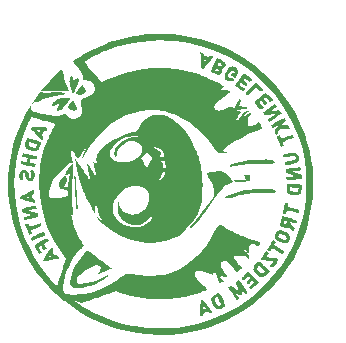
<source format=gbo>
%TF.GenerationSoftware,KiCad,Pcbnew,8.0.4*%
%TF.CreationDate,2024-12-14T22:45:00+01:00*%
%TF.ProjectId,SpicyLightFX3,53706963-794c-4696-9768-744658332e6b,rev?*%
%TF.SameCoordinates,Original*%
%TF.FileFunction,Legend,Bot*%
%TF.FilePolarity,Positive*%
%FSLAX46Y46*%
G04 Gerber Fmt 4.6, Leading zero omitted, Abs format (unit mm)*
G04 Created by KiCad (PCBNEW 8.0.4) date 2024-12-14 22:45:00*
%MOMM*%
%LPD*%
G01*
G04 APERTURE LIST*
%ADD10C,0.300000*%
%ADD11C,0.000000*%
G04 APERTURE END LIST*
D10*
X90195339Y-73754609D02*
X90123910Y-73611752D01*
X90123910Y-73611752D02*
X90123910Y-73397466D01*
X90123910Y-73397466D02*
X90195339Y-73183180D01*
X90195339Y-73183180D02*
X90338196Y-73040323D01*
X90338196Y-73040323D02*
X90481053Y-72968894D01*
X90481053Y-72968894D02*
X90766767Y-72897466D01*
X90766767Y-72897466D02*
X90981053Y-72897466D01*
X90981053Y-72897466D02*
X91266767Y-72968894D01*
X91266767Y-72968894D02*
X91409624Y-73040323D01*
X91409624Y-73040323D02*
X91552482Y-73183180D01*
X91552482Y-73183180D02*
X91623910Y-73397466D01*
X91623910Y-73397466D02*
X91623910Y-73540323D01*
X91623910Y-73540323D02*
X91552482Y-73754609D01*
X91552482Y-73754609D02*
X91481053Y-73826037D01*
X91481053Y-73826037D02*
X90981053Y-73826037D01*
X90981053Y-73826037D02*
X90981053Y-73540323D01*
X90123910Y-74683180D02*
X90481053Y-74683180D01*
X90338196Y-74326037D02*
X90481053Y-74683180D01*
X90481053Y-74683180D02*
X90338196Y-75040323D01*
X90766767Y-74468894D02*
X90481053Y-74683180D01*
X90481053Y-74683180D02*
X90766767Y-74897466D01*
X90123910Y-75826037D02*
X90481053Y-75826037D01*
X90338196Y-75468894D02*
X90481053Y-75826037D01*
X90481053Y-75826037D02*
X90338196Y-76183180D01*
X90766767Y-75611751D02*
X90481053Y-75826037D01*
X90481053Y-75826037D02*
X90766767Y-76040323D01*
X90123910Y-76968894D02*
X90481053Y-76968894D01*
X90338196Y-76611751D02*
X90481053Y-76968894D01*
X90481053Y-76968894D02*
X90338196Y-77326037D01*
X90766767Y-76754608D02*
X90481053Y-76968894D01*
X90481053Y-76968894D02*
X90766767Y-77183180D01*
D11*
%TO.C,G\u002A\u002A\u002A*%
G36*
X105972712Y-60196297D02*
G01*
X105975263Y-60266720D01*
X105976200Y-60384193D01*
X105975319Y-60498670D01*
X105972812Y-60570652D01*
X105969073Y-60590138D01*
X105964496Y-60551508D01*
X105962023Y-60506309D01*
X105959777Y-60356819D01*
X105964496Y-60216878D01*
X105968941Y-60178546D01*
X105972712Y-60196297D01*
G37*
G36*
X90913713Y-62341739D02*
G01*
X91239009Y-62343256D01*
X91581920Y-62350033D01*
X91900324Y-62361942D01*
X92181213Y-62378991D01*
X92411580Y-62401188D01*
X92586394Y-62423735D01*
X93450924Y-62565951D01*
X94279881Y-62755877D01*
X95081363Y-62995880D01*
X95863466Y-63288328D01*
X96634290Y-63635588D01*
X96781922Y-63708640D01*
X97411610Y-64042548D01*
X97996043Y-64392535D01*
X98550251Y-64768665D01*
X99089266Y-65180996D01*
X99628118Y-65639591D01*
X100209278Y-66195034D01*
X100784411Y-66823876D01*
X101322255Y-67495698D01*
X101816992Y-68202710D01*
X102262802Y-68937118D01*
X102653867Y-69691131D01*
X102849695Y-70126954D01*
X103123383Y-70830785D01*
X103357762Y-71557632D01*
X103548952Y-72293620D01*
X103693068Y-73024874D01*
X103786228Y-73737518D01*
X103798510Y-73866699D01*
X103812751Y-74016262D01*
X103824420Y-74138585D01*
X103831792Y-74215560D01*
X103834327Y-74245042D01*
X103842234Y-74397072D01*
X103846942Y-74596609D01*
X103848622Y-74830778D01*
X103847446Y-75086706D01*
X103843587Y-75351518D01*
X103837216Y-75612339D01*
X103828505Y-75856297D01*
X103817625Y-76070516D01*
X103804749Y-76242123D01*
X103695672Y-77092339D01*
X103521050Y-77971249D01*
X103285600Y-78832951D01*
X102990002Y-79674968D01*
X102634939Y-80494824D01*
X102595891Y-80576107D01*
X102179205Y-81363286D01*
X101709803Y-82116512D01*
X101190146Y-82833539D01*
X100622692Y-83512118D01*
X100009902Y-84150001D01*
X99354236Y-84744943D01*
X98658154Y-85294694D01*
X97924115Y-85797007D01*
X97154579Y-86249635D01*
X96352007Y-86650329D01*
X95518857Y-86996843D01*
X95147671Y-87129660D01*
X94298374Y-87385455D01*
X93428751Y-87583058D01*
X92543868Y-87721944D01*
X91648787Y-87801585D01*
X90748574Y-87821455D01*
X89848294Y-87781028D01*
X88953012Y-87679775D01*
X88173478Y-87536925D01*
X87348379Y-87327140D01*
X86529911Y-87060122D01*
X85725214Y-86739004D01*
X84941431Y-86366916D01*
X84185704Y-85946992D01*
X83465176Y-85482361D01*
X82786987Y-84976157D01*
X82740705Y-84938787D01*
X82102431Y-84384378D01*
X81496625Y-83784872D01*
X80930855Y-83148742D01*
X80412692Y-82484462D01*
X79949705Y-81800504D01*
X79797479Y-81551601D01*
X79361312Y-80760367D01*
X78985656Y-79949423D01*
X78670154Y-79117759D01*
X78414451Y-78264364D01*
X78218191Y-77388228D01*
X78081019Y-76488340D01*
X78058666Y-76248563D01*
X78041265Y-75951887D01*
X78029656Y-75619470D01*
X78023835Y-75265407D01*
X78023808Y-74977583D01*
X78551278Y-74977583D01*
X78574932Y-75842660D01*
X78659824Y-76705112D01*
X78806112Y-77561005D01*
X79013955Y-78406401D01*
X79170839Y-78912737D01*
X79470150Y-79709296D01*
X79827005Y-80487385D01*
X80237857Y-81240153D01*
X80699161Y-81960752D01*
X81207368Y-82642333D01*
X81301487Y-82757643D01*
X81440522Y-82922768D01*
X81582697Y-83086491D01*
X81721724Y-83242026D01*
X81851315Y-83382585D01*
X81965184Y-83501384D01*
X82057042Y-83591634D01*
X82120602Y-83646549D01*
X82149576Y-83659342D01*
X82154407Y-83650467D01*
X82177986Y-83590358D01*
X82216243Y-83482497D01*
X82266051Y-83336017D01*
X82324281Y-83160054D01*
X82387805Y-82963741D01*
X82390264Y-82956061D01*
X82464944Y-82723181D01*
X82543899Y-82477614D01*
X82621214Y-82237711D01*
X82690975Y-82021825D01*
X82747267Y-81848308D01*
X82769845Y-81778972D01*
X82819584Y-81626489D01*
X82861029Y-81499803D01*
X82890379Y-81410520D01*
X82903830Y-81370248D01*
X82904183Y-81365976D01*
X82883669Y-81319630D01*
X82832807Y-81241932D01*
X82760755Y-81147161D01*
X82544710Y-80865711D01*
X82225465Y-80398610D01*
X81921936Y-79893642D01*
X81643272Y-79366359D01*
X81398625Y-78832311D01*
X81398338Y-78831631D01*
X81137340Y-78136241D01*
X80928624Y-77415034D01*
X80773787Y-76677322D01*
X80674426Y-75932418D01*
X80671645Y-75883565D01*
X81448468Y-75883565D01*
X81450472Y-75930525D01*
X81482506Y-76052467D01*
X81556158Y-76142381D01*
X81674746Y-76201478D01*
X81841585Y-76230964D01*
X82059993Y-76232048D01*
X82333286Y-76205940D01*
X82405728Y-76196313D01*
X82636640Y-76161367D01*
X82812709Y-76124896D01*
X82940883Y-76083198D01*
X83028109Y-76032571D01*
X83081333Y-75969311D01*
X83107502Y-75889716D01*
X83113564Y-75790085D01*
X83111606Y-75746611D01*
X83099217Y-75659912D01*
X83079776Y-75611034D01*
X83074466Y-75607088D01*
X83017845Y-75585167D01*
X82919864Y-75559180D01*
X82798092Y-75533935D01*
X82662707Y-75507175D01*
X82538615Y-75473836D01*
X82456999Y-75435727D01*
X82406112Y-75386965D01*
X82374208Y-75321668D01*
X82363195Y-75279739D01*
X82726771Y-75279739D01*
X82744196Y-75285455D01*
X82810428Y-75297989D01*
X82906498Y-75311839D01*
X82998456Y-75320528D01*
X83057053Y-75315260D01*
X83074454Y-75292254D01*
X83078662Y-75244525D01*
X83092876Y-75138105D01*
X83115593Y-74987963D01*
X83145234Y-74804469D01*
X83180218Y-74597994D01*
X83194751Y-74513578D01*
X83225270Y-74330352D01*
X83244858Y-74198602D01*
X83254177Y-74110238D01*
X83253890Y-74057167D01*
X83244659Y-74031300D01*
X83227146Y-74024545D01*
X83222759Y-74025034D01*
X83178269Y-74056360D01*
X83130307Y-74121478D01*
X83125159Y-74129960D01*
X83053036Y-74207901D01*
X82961136Y-74265892D01*
X82847015Y-74313575D01*
X82916287Y-74425659D01*
X82925492Y-74441162D01*
X82982419Y-74602923D01*
X82979060Y-74779689D01*
X82915982Y-74968037D01*
X82793754Y-75164546D01*
X82774976Y-75190049D01*
X82736269Y-75250468D01*
X82726771Y-75279739D01*
X82363195Y-75279739D01*
X82346682Y-75216866D01*
X82339803Y-75011664D01*
X82390202Y-74808755D01*
X82494589Y-74618526D01*
X82649675Y-74451368D01*
X82659733Y-74442766D01*
X82754915Y-74348588D01*
X82821422Y-74247107D01*
X82877946Y-74110403D01*
X82920460Y-74002077D01*
X82982334Y-73868308D01*
X83040964Y-73763052D01*
X83053800Y-73743870D01*
X83125053Y-73650686D01*
X83210821Y-73553310D01*
X83227146Y-73536699D01*
X83300124Y-73462442D01*
X83381978Y-73388780D01*
X83445402Y-73343024D01*
X83479415Y-73335875D01*
X83484051Y-73344406D01*
X83494663Y-73408435D01*
X83500922Y-73522938D01*
X83503059Y-73678141D01*
X83501304Y-73864269D01*
X83495886Y-74071548D01*
X83487036Y-74290203D01*
X83474984Y-74510462D01*
X83459961Y-74722548D01*
X83442195Y-74916689D01*
X83440306Y-74934823D01*
X83414322Y-75220884D01*
X83400252Y-75474763D01*
X83397085Y-75725030D01*
X83403808Y-76000253D01*
X83407980Y-76104222D01*
X83419664Y-76357338D01*
X83433346Y-76612661D01*
X83448297Y-76859207D01*
X83463784Y-77085993D01*
X83479078Y-77282036D01*
X83493445Y-77436352D01*
X83506157Y-77537957D01*
X83513622Y-77604850D01*
X83506867Y-77650988D01*
X83484341Y-77643411D01*
X83450987Y-77585187D01*
X83411752Y-77479385D01*
X83384908Y-77401048D01*
X83357052Y-77335745D01*
X83340367Y-77316551D01*
X83335400Y-77329283D01*
X83335051Y-77397314D01*
X83347589Y-77511589D01*
X83370897Y-77661462D01*
X83402855Y-77836291D01*
X83441344Y-78025431D01*
X83484245Y-78218238D01*
X83529438Y-78404068D01*
X83574805Y-78572278D01*
X83618227Y-78712222D01*
X83656743Y-78814565D01*
X83734725Y-78995546D01*
X83832341Y-79202898D01*
X83941339Y-79420305D01*
X84053469Y-79631449D01*
X84160477Y-79820013D01*
X84254113Y-79969679D01*
X84285278Y-80016607D01*
X84350320Y-80120113D01*
X84395444Y-80200026D01*
X84412332Y-80242034D01*
X84396714Y-80271554D01*
X84344465Y-80338889D01*
X84264178Y-80431399D01*
X84164888Y-80538266D01*
X84054930Y-80655842D01*
X83784337Y-80974794D01*
X83544898Y-81306947D01*
X83328724Y-81664934D01*
X83127930Y-82061390D01*
X82934627Y-82508950D01*
X82805353Y-82895741D01*
X82719129Y-83314294D01*
X82687461Y-83726669D01*
X82687589Y-83815149D01*
X82696435Y-83987622D01*
X82721273Y-84113423D01*
X82766992Y-84204138D01*
X82838481Y-84271355D01*
X82940630Y-84326660D01*
X82999480Y-84348679D01*
X83172805Y-84386354D01*
X83393669Y-84407254D01*
X83652465Y-84411658D01*
X83939589Y-84399848D01*
X84245434Y-84372107D01*
X84560397Y-84328716D01*
X84874870Y-84269956D01*
X84940852Y-84255434D01*
X85491301Y-84100292D01*
X86040805Y-83886168D01*
X86581588Y-83616883D01*
X87105872Y-83296259D01*
X87605880Y-82928116D01*
X87739735Y-82822307D01*
X87861700Y-82733681D01*
X87959124Y-82676643D01*
X88044412Y-82645391D01*
X88129972Y-82634122D01*
X88228211Y-82637032D01*
X88324519Y-82647539D01*
X88469575Y-82668364D01*
X88638211Y-82696029D01*
X88810325Y-82727412D01*
X88851037Y-82735173D01*
X88981319Y-82758242D01*
X89102022Y-82775570D01*
X89225365Y-82787947D01*
X89363565Y-82796166D01*
X89528842Y-82801016D01*
X89733413Y-82803291D01*
X89989497Y-82803780D01*
X90208782Y-82803378D01*
X90412433Y-82801690D01*
X90574609Y-82797845D01*
X90707234Y-82790957D01*
X90822235Y-82780139D01*
X90931535Y-82764504D01*
X91047060Y-82743167D01*
X91180737Y-82715241D01*
X91426842Y-82656478D01*
X91986617Y-82476568D01*
X92523607Y-82237741D01*
X93036919Y-81940758D01*
X93525663Y-81586376D01*
X93988946Y-81175355D01*
X94425877Y-80708454D01*
X94835566Y-80186430D01*
X95217119Y-79610043D01*
X95569646Y-78980052D01*
X95647276Y-78829407D01*
X95722560Y-78683906D01*
X95783157Y-78567435D01*
X95824264Y-78489222D01*
X95841080Y-78458494D01*
X95863275Y-78466137D01*
X95933073Y-78500116D01*
X96041500Y-78556553D01*
X96179462Y-78630702D01*
X96337864Y-78717817D01*
X96415597Y-78760814D01*
X96690205Y-78909711D01*
X96957749Y-79050394D01*
X97208646Y-79178053D01*
X97433317Y-79287876D01*
X97622181Y-79375052D01*
X97765657Y-79434772D01*
X97868974Y-79473718D01*
X98083673Y-79554080D01*
X98256760Y-79617687D01*
X98400865Y-79668980D01*
X98528617Y-79712401D01*
X98652648Y-79752389D01*
X98785587Y-79793386D01*
X98890033Y-79824911D01*
X99036607Y-79868591D01*
X99160419Y-79904855D01*
X99242378Y-79928076D01*
X99266060Y-79935114D01*
X99341437Y-79966985D01*
X99378932Y-79998455D01*
X99378042Y-80023974D01*
X99354107Y-80094765D01*
X99309712Y-80185096D01*
X99290992Y-80217132D01*
X99223191Y-80305433D01*
X99165412Y-80334161D01*
X99119737Y-80302031D01*
X99082179Y-80269943D01*
X99002316Y-80222608D01*
X98901018Y-80171800D01*
X98798132Y-80127420D01*
X98713500Y-80099368D01*
X98662739Y-80091479D01*
X98551839Y-80111894D01*
X98465873Y-80186065D01*
X98407370Y-80309506D01*
X98378858Y-80477726D01*
X98382867Y-80686236D01*
X98383691Y-80695322D01*
X98389918Y-80802896D01*
X98388002Y-80879175D01*
X98378273Y-80908157D01*
X98371138Y-80904524D01*
X98331380Y-80863606D01*
X98269268Y-80786835D01*
X98194801Y-80686303D01*
X98182797Y-80669562D01*
X98091522Y-80550748D01*
X98024791Y-80483567D01*
X97977510Y-80463981D01*
X97944587Y-80487953D01*
X97943844Y-80489814D01*
X97956586Y-80531064D01*
X98004320Y-80618192D01*
X98087845Y-80752487D01*
X98207959Y-80935238D01*
X98365459Y-81167735D01*
X98380735Y-81190378D01*
X98444214Y-81296959D01*
X98466948Y-81363338D01*
X98447688Y-81386200D01*
X98446654Y-81386084D01*
X98408213Y-81368103D01*
X98332376Y-81325450D01*
X98234427Y-81266689D01*
X98040264Y-81147179D01*
X97621230Y-81149781D01*
X97595508Y-81149977D01*
X97436894Y-81152811D01*
X97300689Y-81157893D01*
X97200669Y-81164568D01*
X97150611Y-81172179D01*
X97139098Y-81178312D01*
X97128139Y-81202502D01*
X97139745Y-81249953D01*
X97177364Y-81331105D01*
X97244443Y-81456402D01*
X97275744Y-81512891D01*
X97372613Y-81679235D01*
X97453936Y-81800558D01*
X97528081Y-81887036D01*
X97603419Y-81948846D01*
X97688318Y-81996164D01*
X97736276Y-82019997D01*
X97803150Y-82059205D01*
X97829396Y-82084014D01*
X97823017Y-82094275D01*
X97778515Y-82139096D01*
X97700866Y-82208373D01*
X97601102Y-82292054D01*
X97372808Y-82478558D01*
X97228499Y-82306846D01*
X97162320Y-82231051D01*
X97054496Y-82113009D01*
X96930317Y-81981121D01*
X96805518Y-81852297D01*
X96526848Y-81569460D01*
X96328840Y-81583782D01*
X96299417Y-81586235D01*
X96160552Y-81613085D01*
X96072493Y-81667676D01*
X96026251Y-81758876D01*
X96012834Y-81895554D01*
X96012988Y-81912282D01*
X96020760Y-81993440D01*
X96045465Y-82072423D01*
X96094256Y-82166917D01*
X96174287Y-82294603D01*
X96195034Y-82326216D01*
X96288602Y-82465717D01*
X96383171Y-82602735D01*
X96461113Y-82711635D01*
X96522487Y-82798428D01*
X96568782Y-82871480D01*
X96586485Y-82910162D01*
X96580668Y-82915165D01*
X96528514Y-82918572D01*
X96433473Y-82911457D01*
X96309303Y-82894593D01*
X96307635Y-82894326D01*
X96130477Y-82871592D01*
X96012524Y-82870425D01*
X95952560Y-82892111D01*
X95949369Y-82937937D01*
X96001735Y-83009189D01*
X96108443Y-83107154D01*
X96186072Y-83174850D01*
X96245058Y-83231864D01*
X96267522Y-83261502D01*
X96252571Y-83278145D01*
X96194520Y-83317560D01*
X96107726Y-83366857D01*
X95948198Y-83451277D01*
X95900842Y-83383668D01*
X95870090Y-83333553D01*
X95853487Y-83290297D01*
X95842988Y-83248700D01*
X95813032Y-83163345D01*
X95768883Y-83047784D01*
X95715827Y-82914836D01*
X95659150Y-82777317D01*
X95604139Y-82648046D01*
X95556079Y-82539840D01*
X95520256Y-82465517D01*
X95501957Y-82437894D01*
X95486534Y-82448356D01*
X95444869Y-82500358D01*
X95393064Y-82581307D01*
X95360399Y-82635663D01*
X95318931Y-82699740D01*
X95298221Y-82724720D01*
X95296896Y-82724506D01*
X95257205Y-82711211D01*
X95175866Y-82681344D01*
X95068511Y-82640628D01*
X94910308Y-82582268D01*
X94629333Y-82492404D01*
X94385784Y-82433826D01*
X94183785Y-82407208D01*
X94027459Y-82413228D01*
X93920930Y-82452559D01*
X93863639Y-82511966D01*
X93814422Y-82595832D01*
X93801217Y-82639011D01*
X93800675Y-82724095D01*
X93833270Y-82822207D01*
X93902391Y-82938628D01*
X94011426Y-83078638D01*
X94163763Y-83247518D01*
X94362790Y-83450549D01*
X94494228Y-83580227D01*
X94621142Y-83703836D01*
X94728288Y-83806535D01*
X94807247Y-83880256D01*
X94849597Y-83916931D01*
X94874747Y-83937739D01*
X94890283Y-83967076D01*
X94871831Y-83997441D01*
X94812820Y-84033760D01*
X94706679Y-84080961D01*
X94546837Y-84143971D01*
X94282541Y-84242121D01*
X93934571Y-84358291D01*
X93595871Y-84454022D01*
X93240187Y-84537216D01*
X93200194Y-84545728D01*
X93021293Y-84583057D01*
X92862270Y-84614463D01*
X92706522Y-84642873D01*
X92537445Y-84671211D01*
X92338433Y-84702404D01*
X92092884Y-84739378D01*
X92071519Y-84742318D01*
X91929241Y-84755430D01*
X91736798Y-84765806D01*
X91505462Y-84773453D01*
X91246503Y-84778381D01*
X90971191Y-84780598D01*
X90690798Y-84780113D01*
X90416592Y-84776934D01*
X90159845Y-84771071D01*
X89931828Y-84762532D01*
X89743810Y-84751325D01*
X89607063Y-84737460D01*
X89484914Y-84719553D01*
X88945604Y-84626101D01*
X88417195Y-84511908D01*
X87917106Y-84381037D01*
X87462759Y-84237548D01*
X87150951Y-84128811D01*
X86745695Y-84272992D01*
X86587847Y-84328720D01*
X86371762Y-84404057D01*
X86157425Y-84477917D01*
X85973938Y-84540221D01*
X85959889Y-84544940D01*
X85808303Y-84596069D01*
X85614482Y-84661713D01*
X85394620Y-84736374D01*
X85164915Y-84814553D01*
X84941562Y-84890751D01*
X84864163Y-84916947D01*
X84670950Y-84980094D01*
X84501244Y-85032385D01*
X84364178Y-85071184D01*
X84268885Y-85093856D01*
X84224498Y-85097762D01*
X84212612Y-85093203D01*
X84129976Y-85066441D01*
X84022405Y-85036549D01*
X83907137Y-85007675D01*
X83801412Y-84983964D01*
X83722469Y-84969563D01*
X83687548Y-84968618D01*
X83687661Y-84972077D01*
X83720416Y-85003282D01*
X83796935Y-85060110D01*
X83908713Y-85137074D01*
X84047247Y-85228689D01*
X84204032Y-85329468D01*
X84370565Y-85433924D01*
X84538342Y-85536570D01*
X84698859Y-85631920D01*
X84843612Y-85714488D01*
X85286950Y-85949213D01*
X86094029Y-86321355D01*
X86919614Y-86632777D01*
X87762516Y-86883098D01*
X88621547Y-87071940D01*
X89495519Y-87198924D01*
X89630224Y-87212898D01*
X90528516Y-87270716D01*
X91420699Y-87266928D01*
X92303898Y-87202036D01*
X93175239Y-87076542D01*
X94031849Y-86890947D01*
X94870854Y-86645754D01*
X95689380Y-86341463D01*
X96484554Y-85978577D01*
X96776783Y-85828131D01*
X97435886Y-85454761D01*
X98053054Y-85052970D01*
X98640336Y-84614004D01*
X99209780Y-84129112D01*
X99773436Y-83589542D01*
X100206078Y-83132497D01*
X100726429Y-82516174D01*
X101195708Y-81875866D01*
X101620910Y-81201861D01*
X102009027Y-80484444D01*
X102114660Y-80268553D01*
X102451862Y-79495333D01*
X102730592Y-78708542D01*
X102952547Y-77902246D01*
X103119426Y-77070512D01*
X103232926Y-76207405D01*
X103239679Y-76131181D01*
X103253525Y-75908828D01*
X103263721Y-75645431D01*
X103270192Y-75355938D01*
X103272860Y-75055300D01*
X103271649Y-74758465D01*
X103266484Y-74480384D01*
X103257288Y-74236005D01*
X103243985Y-74040278D01*
X103234856Y-73945299D01*
X103116121Y-73063908D01*
X102938155Y-72203421D01*
X102701503Y-71365556D01*
X102406712Y-70552034D01*
X102054329Y-69764574D01*
X101644898Y-69004895D01*
X101237243Y-68356688D01*
X100718510Y-67640907D01*
X100154150Y-66968200D01*
X99546306Y-66340213D01*
X98897121Y-65758588D01*
X98208737Y-65224970D01*
X97483297Y-64741001D01*
X96722944Y-64308327D01*
X95929819Y-63928590D01*
X95106067Y-63603435D01*
X94253829Y-63334505D01*
X93947143Y-63253123D01*
X93361923Y-63120430D01*
X92781966Y-63020848D01*
X92191277Y-62952294D01*
X91573858Y-62912688D01*
X90913713Y-62899948D01*
X90897328Y-62899957D01*
X90079909Y-62922674D01*
X89298870Y-62990431D01*
X88543814Y-63105158D01*
X87804340Y-63268783D01*
X87070050Y-63483238D01*
X86330543Y-63750452D01*
X86154764Y-63822145D01*
X85936346Y-63916373D01*
X85709303Y-64018948D01*
X85481081Y-64126104D01*
X85259127Y-64234076D01*
X85050889Y-64339098D01*
X84863813Y-64437405D01*
X84705347Y-64525231D01*
X84582936Y-64598810D01*
X84504029Y-64654378D01*
X84476071Y-64688167D01*
X84480665Y-64697926D01*
X84517871Y-64749462D01*
X84586375Y-64835505D01*
X84678862Y-64946989D01*
X84788017Y-65074844D01*
X84816047Y-65107252D01*
X84962526Y-65276605D01*
X85128318Y-65468283D01*
X85295101Y-65661102D01*
X85444551Y-65833879D01*
X85522767Y-65925273D01*
X85632285Y-66056757D01*
X85722791Y-66169667D01*
X85786552Y-66254277D01*
X85815834Y-66300858D01*
X85838000Y-66345813D01*
X85873128Y-66388380D01*
X85883574Y-66391195D01*
X85913910Y-66388320D01*
X85966493Y-66375239D01*
X86046628Y-66350101D01*
X86159620Y-66311052D01*
X86310771Y-66256241D01*
X86505388Y-66183814D01*
X86748773Y-66091921D01*
X87046232Y-65978707D01*
X87130862Y-65946773D01*
X87892525Y-65691074D01*
X88656196Y-65490884D01*
X89416865Y-65346987D01*
X90169524Y-65260169D01*
X90909164Y-65231212D01*
X91630777Y-65260901D01*
X91704035Y-65267284D01*
X91921481Y-65288901D01*
X92145404Y-65314521D01*
X92361804Y-65342282D01*
X92556684Y-65370322D01*
X92716043Y-65396782D01*
X92825883Y-65419798D01*
X92827668Y-65420257D01*
X92903501Y-65439491D01*
X93024308Y-65469870D01*
X93173826Y-65507312D01*
X93335795Y-65547739D01*
X93542431Y-65600528D01*
X93858291Y-65688181D01*
X94147497Y-65779144D01*
X94433075Y-65880857D01*
X94738054Y-66000759D01*
X94808234Y-66029694D01*
X95034404Y-66126752D01*
X95262109Y-66229639D01*
X95483835Y-66334486D01*
X95692066Y-66437424D01*
X95879287Y-66534587D01*
X96037985Y-66622106D01*
X96160645Y-66696113D01*
X96239752Y-66752742D01*
X96267790Y-66788123D01*
X96257922Y-66805822D01*
X96210449Y-66855855D01*
X96136935Y-66920195D01*
X96006079Y-67026855D01*
X96093294Y-67050180D01*
X96121253Y-67056458D01*
X96215210Y-67072774D01*
X96343589Y-67091604D01*
X96487073Y-67110014D01*
X96565087Y-67119890D01*
X96691568Y-67138581D01*
X96787153Y-67156176D01*
X96835596Y-67169882D01*
X96836492Y-67170406D01*
X96839563Y-67198773D01*
X96792338Y-67252341D01*
X96692183Y-67334126D01*
X96655496Y-67362073D01*
X96469473Y-67505537D01*
X96282432Y-67652407D01*
X96101741Y-67796655D01*
X95934771Y-67932249D01*
X95788890Y-68053161D01*
X95671469Y-68153360D01*
X95589875Y-68226816D01*
X95551479Y-68267499D01*
X95547391Y-68274043D01*
X95499319Y-68394679D01*
X95482281Y-68530204D01*
X95500605Y-68648236D01*
X95519115Y-68683167D01*
X95601815Y-68758654D01*
X95722534Y-68810405D01*
X95863642Y-68829613D01*
X95903935Y-68828680D01*
X95956518Y-68823099D01*
X96018563Y-68809791D01*
X96100077Y-68785733D01*
X96211071Y-68747900D01*
X96361552Y-68693271D01*
X96561530Y-68618822D01*
X96570810Y-68615353D01*
X96716417Y-68562293D01*
X96841885Y-68518967D01*
X96934097Y-68489758D01*
X96979935Y-68479048D01*
X96982096Y-68479154D01*
X97024661Y-68508640D01*
X97064528Y-68574657D01*
X97066992Y-68580514D01*
X97099590Y-68644033D01*
X97124166Y-68670064D01*
X97130617Y-68667882D01*
X97154047Y-68642823D01*
X97191269Y-68584856D01*
X97245785Y-68487870D01*
X97321096Y-68345750D01*
X97420704Y-68152386D01*
X97476167Y-68046624D01*
X97535398Y-67940488D01*
X97580035Y-67868299D01*
X97603263Y-67841658D01*
X97604220Y-67841712D01*
X97641883Y-67864554D01*
X97697256Y-67916370D01*
X97767444Y-67991081D01*
X97670217Y-68207782D01*
X97661968Y-68226276D01*
X97618354Y-68328347D01*
X97589855Y-68402507D01*
X97582295Y-68433788D01*
X97598923Y-68438744D01*
X97667184Y-68452579D01*
X97775267Y-68471924D01*
X97909378Y-68494228D01*
X97974468Y-68505071D01*
X98131788Y-68536275D01*
X98230491Y-68565829D01*
X98274360Y-68595121D01*
X98267179Y-68625540D01*
X98264359Y-68627309D01*
X98215925Y-68641297D01*
X98119333Y-68662027D01*
X97986942Y-68686998D01*
X97831115Y-68713712D01*
X97795318Y-68719638D01*
X97646388Y-68745823D01*
X97525641Y-68769491D01*
X97444680Y-68788244D01*
X97415110Y-68799686D01*
X97427572Y-68809739D01*
X97486391Y-68832746D01*
X97577202Y-68859110D01*
X97668268Y-68886752D01*
X97718476Y-68916869D01*
X97725633Y-68952962D01*
X97711083Y-68983769D01*
X97664854Y-69060138D01*
X97595746Y-69164767D01*
X97512250Y-69284460D01*
X97457095Y-69362479D01*
X97387785Y-69466701D01*
X97350357Y-69536286D01*
X97339971Y-69581082D01*
X97351786Y-69610937D01*
X97389168Y-69646945D01*
X97425442Y-69648577D01*
X97467866Y-69605263D01*
X97527293Y-69510811D01*
X97632286Y-69350334D01*
X97777765Y-69172845D01*
X97932141Y-69025585D01*
X98086745Y-68915571D01*
X98232908Y-68849818D01*
X98361960Y-68835343D01*
X98363122Y-68835477D01*
X98398645Y-68843019D01*
X98405049Y-68858777D01*
X98376202Y-68889299D01*
X98305970Y-68941134D01*
X98188217Y-69020830D01*
X98146722Y-69049024D01*
X98028443Y-69136842D01*
X97952319Y-69206495D01*
X97925294Y-69251884D01*
X97932770Y-69287716D01*
X97964790Y-69303022D01*
X98028681Y-69288585D01*
X98131560Y-69242633D01*
X98280549Y-69163392D01*
X98343682Y-69129159D01*
X98450842Y-69074515D01*
X98530213Y-69038646D01*
X98568045Y-69028025D01*
X98566231Y-69054599D01*
X98534730Y-69119205D01*
X98480055Y-69207207D01*
X98417451Y-69303279D01*
X98342545Y-69438627D01*
X98299164Y-69561031D01*
X98280582Y-69692249D01*
X98280072Y-69854038D01*
X98281144Y-69882006D01*
X98288500Y-70001528D01*
X98298495Y-70093269D01*
X98309289Y-70139256D01*
X98320521Y-70147872D01*
X98374075Y-70154459D01*
X98473439Y-70146335D01*
X98623873Y-70122940D01*
X98830641Y-70083712D01*
X98887633Y-70060785D01*
X98979159Y-70002589D01*
X99073154Y-69925235D01*
X99222705Y-69785348D01*
X99388116Y-70045224D01*
X99430535Y-70113816D01*
X99490820Y-70219838D01*
X99529522Y-70299783D01*
X99539722Y-70340193D01*
X99531359Y-70348367D01*
X99474592Y-70380310D01*
X99373897Y-70427471D01*
X99240092Y-70484925D01*
X99083993Y-70547745D01*
X98961091Y-70596423D01*
X98353708Y-70858733D01*
X97777803Y-71143943D01*
X97241391Y-71447574D01*
X96752490Y-71765150D01*
X96319117Y-72092191D01*
X96105619Y-72267191D01*
X96258411Y-72287316D01*
X96306429Y-72293640D01*
X96399196Y-72305856D01*
X96456366Y-72313382D01*
X96475670Y-72317493D01*
X96511837Y-72348933D01*
X96498276Y-72393277D01*
X96437696Y-72433151D01*
X96364038Y-72453551D01*
X96208030Y-72467664D01*
X96043577Y-72455297D01*
X95901726Y-72417365D01*
X95831279Y-72384471D01*
X95743690Y-72328154D01*
X95660799Y-72250442D01*
X95570893Y-72139800D01*
X95462256Y-71984694D01*
X95428082Y-71934517D01*
X95307862Y-71764427D01*
X95171265Y-71578492D01*
X95031265Y-71393906D01*
X94900832Y-71227864D01*
X94792939Y-71097558D01*
X94769044Y-71070189D01*
X94529268Y-70816495D01*
X94248789Y-70550447D01*
X93943026Y-70284949D01*
X93627398Y-70032903D01*
X93317325Y-69807214D01*
X93028227Y-69620785D01*
X92686202Y-69427244D01*
X92354612Y-69263189D01*
X92024166Y-69127083D01*
X91673240Y-69010048D01*
X91280212Y-68903208D01*
X91241718Y-68893708D01*
X91125859Y-68866711D01*
X91022234Y-68846758D01*
X90918181Y-68832771D01*
X90801038Y-68823669D01*
X90658143Y-68818374D01*
X90476835Y-68815804D01*
X90244453Y-68814881D01*
X90043562Y-68815916D01*
X89735503Y-68825520D01*
X89460935Y-68847502D01*
X89201592Y-68884748D01*
X88939212Y-68940143D01*
X88655530Y-69016571D01*
X88332282Y-69116918D01*
X88215349Y-69159301D01*
X88027864Y-69237674D01*
X87814197Y-69335393D01*
X87590265Y-69444641D01*
X87371982Y-69557600D01*
X87175265Y-69666454D01*
X87016031Y-69763385D01*
X86776116Y-69928052D01*
X86271422Y-70329014D01*
X85791853Y-70786977D01*
X85338986Y-71300222D01*
X84914399Y-71867027D01*
X84519672Y-72485671D01*
X84467309Y-72574633D01*
X84399992Y-72688736D01*
X84356168Y-72761467D01*
X84330089Y-72801295D01*
X84316008Y-72816689D01*
X84308175Y-72816115D01*
X84300842Y-72808043D01*
X84303717Y-72773462D01*
X84326774Y-72696841D01*
X84365063Y-72595027D01*
X84422815Y-72451685D01*
X84493832Y-72269586D01*
X84541598Y-72137149D01*
X84567802Y-72049154D01*
X84574134Y-72000377D01*
X84562284Y-71985598D01*
X84529119Y-72009958D01*
X84476027Y-72075951D01*
X84415524Y-72168848D01*
X84385206Y-72219685D01*
X84278314Y-72396092D01*
X84177285Y-72558774D01*
X84087434Y-72699505D01*
X84014077Y-72810056D01*
X83962532Y-72882199D01*
X83938115Y-72907707D01*
X83936588Y-72907045D01*
X83908831Y-72873954D01*
X83855678Y-72798315D01*
X83784101Y-72690348D01*
X83701074Y-72560277D01*
X83646974Y-72474048D01*
X83554966Y-72328063D01*
X83488793Y-72226046D01*
X83442819Y-72161302D01*
X83411405Y-72127138D01*
X83388914Y-72116859D01*
X83369709Y-72123771D01*
X83348152Y-72141180D01*
X83312844Y-72203107D01*
X83299260Y-72309109D01*
X83310370Y-72438855D01*
X83346253Y-72574280D01*
X83367356Y-72641485D01*
X83395935Y-72754794D01*
X83423789Y-72884659D01*
X83448052Y-73015380D01*
X83465859Y-73131260D01*
X83474344Y-73216601D01*
X83470641Y-73255704D01*
X83469959Y-73256320D01*
X83426750Y-73266230D01*
X83350962Y-73266123D01*
X83330698Y-73266595D01*
X83233724Y-73297889D01*
X83106719Y-73370513D01*
X82957214Y-73477715D01*
X82792742Y-73612741D01*
X82620837Y-73768837D01*
X82449029Y-73939249D01*
X82284853Y-74117224D01*
X82135840Y-74296008D01*
X82009523Y-74468847D01*
X82002461Y-74479416D01*
X81853588Y-74723161D01*
X81720802Y-74979481D01*
X81609001Y-75236028D01*
X81523080Y-75480455D01*
X81467937Y-75700417D01*
X81448468Y-75883565D01*
X80671645Y-75883565D01*
X80632138Y-75189637D01*
X80648520Y-74458291D01*
X80659074Y-74304515D01*
X80674544Y-74107612D01*
X80690620Y-73929556D01*
X80705929Y-73785280D01*
X80719101Y-73689713D01*
X80750831Y-73512180D01*
X80834278Y-73075147D01*
X80915838Y-72693764D01*
X80996896Y-72362215D01*
X81078838Y-72074681D01*
X81163048Y-71825347D01*
X81174289Y-71794860D01*
X81230768Y-71640004D01*
X81285962Y-71486387D01*
X81329350Y-71363239D01*
X81332842Y-71353457D01*
X81371562Y-71258449D01*
X81432951Y-71120736D01*
X81511361Y-70952472D01*
X81601143Y-70765812D01*
X81696648Y-70572912D01*
X81726794Y-70512773D01*
X81812310Y-70340324D01*
X81885011Y-70190970D01*
X81940878Y-70073141D01*
X81975893Y-69995268D01*
X81986037Y-69965781D01*
X81984281Y-69964953D01*
X81941416Y-69950863D01*
X81851189Y-69923381D01*
X81725424Y-69886064D01*
X81575946Y-69842466D01*
X81464539Y-69809943D01*
X81266810Y-69751434D01*
X81042049Y-69684240D01*
X80810195Y-69614332D01*
X80591190Y-69547678D01*
X80575600Y-69542918D01*
X80393713Y-69489141D01*
X80233452Y-69444866D01*
X80104594Y-69412558D01*
X80016914Y-69394678D01*
X79980187Y-69393692D01*
X79962680Y-69421765D01*
X79922442Y-69495910D01*
X79866822Y-69602647D01*
X79802212Y-69729240D01*
X79735009Y-69862952D01*
X79671608Y-69991048D01*
X79618404Y-70100790D01*
X79581792Y-70179442D01*
X79568167Y-70214268D01*
X79560697Y-70237430D01*
X79532895Y-70304987D01*
X79491592Y-70398242D01*
X79486125Y-70410358D01*
X79434905Y-70529869D01*
X79375307Y-70676554D01*
X79319132Y-70821457D01*
X79065877Y-71569761D01*
X78846162Y-72405972D01*
X78687052Y-73255303D01*
X78588704Y-74113819D01*
X78551278Y-74977583D01*
X78023808Y-74977583D01*
X78023801Y-74903794D01*
X78029552Y-74548725D01*
X78041084Y-74214295D01*
X78058396Y-73914600D01*
X78081485Y-73663734D01*
X78148021Y-73175496D01*
X78315545Y-72297348D01*
X78541638Y-71436993D01*
X78824871Y-70598054D01*
X79163815Y-69784156D01*
X79557041Y-68998923D01*
X80003119Y-68245980D01*
X80500621Y-67528950D01*
X80520522Y-67502494D01*
X80619523Y-67376009D01*
X80691004Y-67296259D01*
X80740855Y-67257326D01*
X80774966Y-67253291D01*
X80820168Y-67266661D01*
X80912990Y-67287758D01*
X81026294Y-67309565D01*
X81119877Y-67322476D01*
X81221433Y-67327302D01*
X81343072Y-67323164D01*
X81499060Y-67309568D01*
X81703659Y-67286018D01*
X81762989Y-67279025D01*
X81948492Y-67260589D01*
X82122766Y-67247923D01*
X82268521Y-67242111D01*
X82368468Y-67244242D01*
X82397668Y-67247464D01*
X82518447Y-67270245D01*
X82640014Y-67305031D01*
X82746496Y-67345947D01*
X82822024Y-67387122D01*
X82850726Y-67422683D01*
X82850109Y-67425031D01*
X82813461Y-67445132D01*
X82731427Y-67467967D01*
X82619672Y-67489038D01*
X82618019Y-67489293D01*
X82348315Y-67532250D01*
X82123396Y-67571976D01*
X81924831Y-67612543D01*
X81734191Y-67658024D01*
X81533044Y-67712493D01*
X81302963Y-67780022D01*
X81262581Y-67792214D01*
X80939956Y-67893530D01*
X80673562Y-67985384D01*
X80457704Y-68070181D01*
X80286687Y-68150325D01*
X80154816Y-68228220D01*
X80056395Y-68306270D01*
X80041634Y-68320344D01*
X79965597Y-68402761D01*
X79928508Y-68472129D01*
X79918731Y-68548961D01*
X79942506Y-68666017D01*
X79980187Y-68724087D01*
X80020204Y-68785757D01*
X80141646Y-68877328D01*
X80225420Y-68915036D01*
X80395598Y-68975282D01*
X80607472Y-69037404D01*
X80848238Y-69098743D01*
X81105096Y-69156640D01*
X81365245Y-69208434D01*
X81615884Y-69251466D01*
X81844211Y-69283076D01*
X82037426Y-69300606D01*
X82182727Y-69301394D01*
X82307849Y-69284109D01*
X82419897Y-69244124D01*
X82545073Y-69170350D01*
X82636818Y-69113024D01*
X82716907Y-69069928D01*
X82762595Y-69053890D01*
X82769010Y-69055366D01*
X82819146Y-69085722D01*
X82897552Y-69147138D01*
X82990261Y-69228877D01*
X82993423Y-69231806D01*
X83107288Y-69331913D01*
X83226191Y-69428294D01*
X83324890Y-69500465D01*
X83387797Y-69538574D01*
X83485656Y-69575913D01*
X83586966Y-69578682D01*
X83707969Y-69546200D01*
X83864904Y-69477785D01*
X84006888Y-69390056D01*
X84144223Y-69244829D01*
X84230760Y-69067444D01*
X84264959Y-68863348D01*
X84245281Y-68637990D01*
X84170189Y-68396818D01*
X84159957Y-68371252D01*
X84145102Y-68320066D01*
X84141146Y-68263221D01*
X84149109Y-68186644D01*
X84170010Y-68076260D01*
X84204868Y-67917995D01*
X84205977Y-67913708D01*
X84229625Y-67877505D01*
X84285088Y-67840997D01*
X84382323Y-67798941D01*
X84531288Y-67746092D01*
X84633187Y-67711100D01*
X84867080Y-67623712D01*
X85039028Y-67547293D01*
X85148641Y-67482011D01*
X85153593Y-67478133D01*
X85236065Y-67376494D01*
X85296029Y-67232961D01*
X85331179Y-67065200D01*
X85339208Y-66890877D01*
X85317810Y-66727654D01*
X85264678Y-66593199D01*
X85155225Y-66453491D01*
X85014496Y-66354305D01*
X84837637Y-66297908D01*
X84615850Y-66280052D01*
X84598352Y-66279971D01*
X84472375Y-66270064D01*
X84396237Y-66237285D01*
X84358600Y-66172613D01*
X84348130Y-66067028D01*
X84346285Y-66032432D01*
X84313078Y-65881640D01*
X84243787Y-65701774D01*
X84145637Y-65505219D01*
X84025852Y-65304360D01*
X83891656Y-65111582D01*
X83750274Y-64939270D01*
X83608930Y-64799809D01*
X83560730Y-64754274D01*
X83509626Y-64690415D01*
X83496615Y-64648239D01*
X83497069Y-64647255D01*
X83533087Y-64613467D01*
X83615829Y-64553672D01*
X83737032Y-64473042D01*
X83888431Y-64376749D01*
X84061763Y-64269966D01*
X84248765Y-64157866D01*
X84441170Y-64045620D01*
X84630717Y-63938402D01*
X85084390Y-63700238D01*
X85675694Y-63424708D01*
X86292633Y-63172705D01*
X86590670Y-63063083D01*
X87277236Y-62840665D01*
X87971380Y-62659174D01*
X88689510Y-62514608D01*
X89448033Y-62402965D01*
X89612102Y-62386080D01*
X89882438Y-62367313D01*
X90193304Y-62353640D01*
X90531693Y-62345067D01*
X90884597Y-62341603D01*
X90913713Y-62341739D01*
G37*
G36*
X84278905Y-66636209D02*
G01*
X84314304Y-66681885D01*
X84371509Y-66763598D01*
X84441952Y-66869294D01*
X84445044Y-66874039D01*
X84529790Y-67014198D01*
X84573984Y-67112932D01*
X84580064Y-67175649D01*
X84539731Y-67256813D01*
X84452817Y-67351739D01*
X84343576Y-67428699D01*
X84233372Y-67469582D01*
X84159921Y-67476788D01*
X84042922Y-67476309D01*
X83922848Y-67465850D01*
X83816402Y-67447713D01*
X83740287Y-67424200D01*
X83711203Y-67397613D01*
X83711937Y-67394655D01*
X83736254Y-67352827D01*
X83789023Y-67274305D01*
X83862116Y-67170201D01*
X83947403Y-67051627D01*
X84036758Y-66929695D01*
X84122050Y-66815516D01*
X84195152Y-66720202D01*
X84247936Y-66654865D01*
X84272272Y-66630617D01*
X84278905Y-66636209D01*
G37*
G36*
X83409283Y-65875785D02*
G01*
X83459177Y-65904397D01*
X83491416Y-65966773D01*
X83509500Y-66072771D01*
X83516928Y-66232248D01*
X83520224Y-66423465D01*
X83580001Y-66325438D01*
X83613708Y-66281227D01*
X83696904Y-66199717D01*
X83795002Y-66124324D01*
X83950224Y-66021237D01*
X83969604Y-66142677D01*
X83973125Y-66164559D01*
X83985953Y-66241101D01*
X83993329Y-66280052D01*
X83990316Y-66322652D01*
X83962961Y-66420102D01*
X83912271Y-66560755D01*
X83841015Y-66737029D01*
X83751959Y-66941344D01*
X83711089Y-67031053D01*
X83642441Y-67173076D01*
X83590081Y-67265880D01*
X83549817Y-67316443D01*
X83517456Y-67331746D01*
X83504388Y-67331195D01*
X83471999Y-67321066D01*
X83443512Y-67291562D01*
X83415310Y-67234129D01*
X83383775Y-67140214D01*
X83345289Y-67001266D01*
X83296236Y-66808730D01*
X83288431Y-66777305D01*
X83244118Y-66585539D01*
X83217640Y-66438044D01*
X83206921Y-66320639D01*
X83209884Y-66219144D01*
X83228144Y-66083058D01*
X83264991Y-65957340D01*
X83318075Y-65888143D01*
X83389104Y-65872161D01*
X83409283Y-65875785D01*
G37*
G36*
X83514015Y-67953201D02*
G01*
X83527691Y-67971901D01*
X83568878Y-68040071D01*
X83626297Y-68142532D01*
X83691973Y-68265295D01*
X83730321Y-68340701D01*
X83786081Y-68459548D01*
X83824421Y-68553621D01*
X83838681Y-68607390D01*
X83837001Y-68621294D01*
X83806793Y-68690648D01*
X83750683Y-68767746D01*
X83706079Y-68815596D01*
X83659889Y-68846781D01*
X83603415Y-68848775D01*
X83510986Y-68828035D01*
X83435399Y-68804196D01*
X83313359Y-68747314D01*
X83207854Y-68677733D01*
X83133693Y-68605895D01*
X83105682Y-68542240D01*
X83112577Y-68492566D01*
X83146734Y-68396280D01*
X83202225Y-68286782D01*
X83270888Y-68175844D01*
X83344561Y-68075243D01*
X83415081Y-67996753D01*
X83474287Y-67952147D01*
X83514015Y-67953201D01*
G37*
G36*
X83165750Y-67739245D02*
G01*
X83243392Y-67754607D01*
X83246625Y-67755898D01*
X83280912Y-67775315D01*
X83278537Y-67805070D01*
X83238628Y-67865429D01*
X83234913Y-67870590D01*
X83170342Y-67955343D01*
X83080901Y-68066690D01*
X82974737Y-68195133D01*
X82859998Y-68331176D01*
X82744829Y-68465324D01*
X82637378Y-68588081D01*
X82545793Y-68689949D01*
X82478220Y-68761433D01*
X82442806Y-68793036D01*
X82436330Y-68796104D01*
X82363175Y-68819637D01*
X82269108Y-68839111D01*
X82149597Y-68857475D01*
X82149597Y-68704579D01*
X82154468Y-68633955D01*
X82194114Y-68499250D01*
X82278623Y-68358463D01*
X82413973Y-68200190D01*
X82450328Y-68159923D01*
X82480777Y-68111820D01*
X82463231Y-68096614D01*
X82455654Y-68097499D01*
X82400024Y-68128057D01*
X82337469Y-68188651D01*
X82252804Y-68273078D01*
X82078359Y-68378021D01*
X81871040Y-68433414D01*
X81704025Y-68455311D01*
X81749317Y-68304818D01*
X81764539Y-68259525D01*
X81808434Y-68159410D01*
X81852592Y-68090085D01*
X81864541Y-68078186D01*
X81946059Y-68019085D01*
X82066274Y-67950498D01*
X82207698Y-67881149D01*
X82352844Y-67819758D01*
X82484227Y-67775048D01*
X82493087Y-67772659D01*
X82602403Y-67752980D01*
X82743271Y-67739289D01*
X82896747Y-67732096D01*
X83043888Y-67731912D01*
X83165750Y-67739245D01*
G37*
G36*
X82567522Y-65381915D02*
G01*
X82588040Y-65433431D01*
X82620619Y-65531377D01*
X82661354Y-65663600D01*
X82706337Y-65817944D01*
X82778759Y-66067565D01*
X82859505Y-66332939D01*
X82935157Y-66568059D01*
X83003084Y-66765042D01*
X83060654Y-66916001D01*
X83105234Y-67013051D01*
X83117369Y-67035476D01*
X83153064Y-67107583D01*
X83168086Y-67148496D01*
X83167958Y-67148878D01*
X83133461Y-67154265D01*
X83042708Y-67159214D01*
X82902704Y-67163581D01*
X82720453Y-67167225D01*
X82502957Y-67170005D01*
X82257222Y-67171776D01*
X81990250Y-67172398D01*
X81971684Y-67172396D01*
X81705854Y-67171795D01*
X81461677Y-67170223D01*
X81246166Y-67167799D01*
X81066336Y-67164646D01*
X80929202Y-67160884D01*
X80841778Y-67156635D01*
X80811078Y-67152021D01*
X80811122Y-67151149D01*
X80833843Y-67109128D01*
X80893675Y-67029006D01*
X80984035Y-66918465D01*
X81098341Y-66785186D01*
X81230012Y-66636849D01*
X81372466Y-66481136D01*
X81519122Y-66325728D01*
X81589319Y-66253166D01*
X81756757Y-66084244D01*
X81923813Y-65920888D01*
X82084179Y-65768815D01*
X82231546Y-65633744D01*
X82359606Y-65521394D01*
X82462051Y-65437481D01*
X82532571Y-65387725D01*
X82564858Y-65377844D01*
X82567522Y-65381915D01*
G37*
G36*
X102763108Y-73654130D02*
G01*
X102791153Y-73667666D01*
X102801735Y-73690351D01*
X102802486Y-73722887D01*
X102801040Y-73765977D01*
X102789091Y-73861911D01*
X102754693Y-73907831D01*
X102729141Y-73913641D01*
X102646877Y-73924739D01*
X102527299Y-73936701D01*
X102386493Y-73947783D01*
X102288627Y-73955783D01*
X102178867Y-73968668D01*
X102108734Y-73982032D01*
X102090243Y-73994001D01*
X102090999Y-73994645D01*
X102132665Y-74015361D01*
X102221163Y-74052034D01*
X102344005Y-74099672D01*
X102488705Y-74153284D01*
X102861564Y-74288515D01*
X102873539Y-74419353D01*
X102876231Y-74447940D01*
X102884879Y-74529970D01*
X102891081Y-74575092D01*
X102890176Y-74589726D01*
X102874108Y-74603026D01*
X102834557Y-74615004D01*
X102763516Y-74626988D01*
X102652978Y-74640308D01*
X102494938Y-74656291D01*
X102281387Y-74676266D01*
X102147570Y-74688634D01*
X101955181Y-74706178D01*
X101813664Y-74717400D01*
X101714918Y-74721509D01*
X101650842Y-74717712D01*
X101613334Y-74705218D01*
X101594295Y-74683235D01*
X101585622Y-74650972D01*
X101579216Y-74607635D01*
X101576270Y-74588159D01*
X101569497Y-74513378D01*
X101573768Y-74476124D01*
X101581829Y-74472208D01*
X101637349Y-74460515D01*
X101724166Y-74449937D01*
X101775024Y-74445049D01*
X101905641Y-74431387D01*
X102036172Y-74416621D01*
X102107404Y-74409083D01*
X102199028Y-74402421D01*
X102251291Y-74402695D01*
X102266783Y-74403063D01*
X102291128Y-74380437D01*
X102288189Y-74374933D01*
X102244050Y-74347007D01*
X102157955Y-74308287D01*
X102044139Y-74265405D01*
X102022233Y-74257746D01*
X101891534Y-74210540D01*
X101775391Y-74166328D01*
X101696725Y-74133795D01*
X101689416Y-74130509D01*
X101612304Y-74100437D01*
X101561280Y-74088082D01*
X101553338Y-74084856D01*
X101532251Y-74040473D01*
X101521479Y-73960604D01*
X101520597Y-73937767D01*
X101516703Y-73849260D01*
X101513512Y-73793289D01*
X101529023Y-73777713D01*
X101588862Y-73760265D01*
X101698140Y-73742019D01*
X101861597Y-73722201D01*
X102083976Y-73700036D01*
X102093760Y-73699124D01*
X102323624Y-73677442D01*
X102497857Y-73661400D01*
X102624093Y-73651699D01*
X102709966Y-73649042D01*
X102763108Y-73654130D01*
G37*
G36*
X101860889Y-75046421D02*
G01*
X102219421Y-75059688D01*
X102247383Y-75060738D01*
X102439691Y-75068841D01*
X102609003Y-75077451D01*
X102745143Y-75085942D01*
X102837931Y-75093690D01*
X102877190Y-75100070D01*
X102882891Y-75110705D01*
X102890352Y-75172786D01*
X102891196Y-75276207D01*
X102885038Y-75405940D01*
X102879024Y-75477383D01*
X102847611Y-75670228D01*
X102792124Y-75812279D01*
X102705290Y-75909641D01*
X102579838Y-75968421D01*
X102408497Y-75994727D01*
X102183994Y-75994664D01*
X102116268Y-75990933D01*
X101925870Y-75967254D01*
X101786017Y-75920402D01*
X101689605Y-75842623D01*
X101629533Y-75726165D01*
X101598699Y-75563273D01*
X101593958Y-75444988D01*
X101851314Y-75444988D01*
X101858417Y-75549634D01*
X101911369Y-75631449D01*
X102015388Y-75682926D01*
X102174507Y-75707339D01*
X102267146Y-75711992D01*
X102398585Y-75709575D01*
X102485716Y-75689504D01*
X102540467Y-75648026D01*
X102574769Y-75581386D01*
X102596355Y-75512097D01*
X102608019Y-75426634D01*
X102585745Y-75383613D01*
X102556888Y-75377939D01*
X102475065Y-75370549D01*
X102355172Y-75363523D01*
X102211278Y-75357830D01*
X101860889Y-75346928D01*
X101851314Y-75444988D01*
X101593958Y-75444988D01*
X101589999Y-75346194D01*
X101589999Y-75036397D01*
X101860889Y-75046421D01*
G37*
G36*
X102419538Y-72415135D02*
G01*
X102507483Y-72469238D01*
X102574455Y-72555318D01*
X102629013Y-72675747D01*
X102643851Y-72721000D01*
X102664847Y-72890612D01*
X102630169Y-73043203D01*
X102543357Y-73169418D01*
X102407951Y-73259900D01*
X102369939Y-73273933D01*
X102274389Y-73302138D01*
X102147281Y-73335058D01*
X102001943Y-73369756D01*
X101851703Y-73403293D01*
X101709888Y-73432731D01*
X101589826Y-73455131D01*
X101504845Y-73467556D01*
X101468272Y-73467067D01*
X101465459Y-73461623D01*
X101453294Y-73411040D01*
X101440015Y-73328122D01*
X101434672Y-73285815D01*
X101435847Y-73223747D01*
X101468013Y-73192084D01*
X101546271Y-73168083D01*
X101555369Y-73165748D01*
X101653716Y-73142685D01*
X101785425Y-73114190D01*
X101924628Y-73085883D01*
X101940228Y-73082823D01*
X102098525Y-73051395D01*
X102206299Y-73028084D01*
X102274678Y-73009141D01*
X102314788Y-72990821D01*
X102337759Y-72969375D01*
X102354718Y-72941057D01*
X102359232Y-72931815D01*
X102373157Y-72839804D01*
X102347098Y-72747535D01*
X102288648Y-72684497D01*
X102287471Y-72683890D01*
X102235543Y-72674844D01*
X102140716Y-72680516D01*
X101996792Y-72701591D01*
X101797573Y-72738752D01*
X101618683Y-72771814D01*
X101476419Y-72793029D01*
X101380410Y-72801082D01*
X101338494Y-72795010D01*
X101338100Y-72794570D01*
X101313700Y-72743632D01*
X101292606Y-72663703D01*
X101286777Y-72635226D01*
X101282116Y-72602097D01*
X101289704Y-72576954D01*
X101317891Y-72556256D01*
X101375027Y-72536468D01*
X101469461Y-72514051D01*
X101609544Y-72485466D01*
X101803624Y-72447176D01*
X101944258Y-72420984D01*
X102146486Y-72393378D01*
X102302059Y-72390639D01*
X102419538Y-72415135D01*
G37*
G36*
X101608546Y-76656171D02*
G01*
X101723787Y-76677790D01*
X101703243Y-76842218D01*
X101682699Y-77006647D01*
X102042685Y-77079473D01*
X102167523Y-77105104D01*
X102318303Y-77137019D01*
X102443779Y-77164618D01*
X102525339Y-77183875D01*
X102561967Y-77193565D01*
X102620119Y-77217389D01*
X102636691Y-77256582D01*
X102626435Y-77332883D01*
X102625974Y-77335408D01*
X102615941Y-77395977D01*
X102605098Y-77439392D01*
X102584650Y-77466228D01*
X102545803Y-77477063D01*
X102479762Y-77472470D01*
X102377731Y-77453027D01*
X102230917Y-77419308D01*
X102030525Y-77371889D01*
X101990427Y-77362495D01*
X101831608Y-77327142D01*
X101722260Y-77309574D01*
X101652163Y-77311631D01*
X101611097Y-77335158D01*
X101588842Y-77381996D01*
X101575179Y-77453988D01*
X101553122Y-77601074D01*
X101421377Y-77580007D01*
X101390031Y-77574653D01*
X101312931Y-77558063D01*
X101275133Y-77544442D01*
X101275012Y-77544304D01*
X101276369Y-77508291D01*
X101290194Y-77423110D01*
X101314196Y-77301325D01*
X101346081Y-77155500D01*
X101378574Y-77008886D01*
X101405971Y-76876869D01*
X101424426Y-76778177D01*
X101431089Y-76727165D01*
X101447518Y-76669092D01*
X101503854Y-76646485D01*
X101608546Y-76656171D01*
G37*
G36*
X101332996Y-77786801D02*
G01*
X101443773Y-77814529D01*
X101446850Y-77815299D01*
X101590981Y-77854915D01*
X101754277Y-77902398D01*
X101925629Y-77954497D01*
X102093925Y-78007958D01*
X102248054Y-78059531D01*
X102376907Y-78105962D01*
X102419189Y-78125838D01*
X102445040Y-78165034D01*
X102437792Y-78238765D01*
X102437512Y-78240154D01*
X102414105Y-78320393D01*
X102386560Y-78371521D01*
X102381147Y-78375019D01*
X102324106Y-78377247D01*
X102224208Y-78358715D01*
X102094625Y-78322434D01*
X101948531Y-78271413D01*
X101909085Y-78269939D01*
X101907095Y-78306232D01*
X101939190Y-78371655D01*
X102000899Y-78457141D01*
X102087749Y-78553627D01*
X102266804Y-78734570D01*
X102225137Y-78897148D01*
X102207361Y-78959631D01*
X102180619Y-79031668D01*
X102160656Y-79059726D01*
X102154814Y-79057212D01*
X102113534Y-79021553D01*
X102045742Y-78952514D01*
X101962732Y-78861410D01*
X101880704Y-78769644D01*
X101822112Y-78711415D01*
X101780907Y-78686948D01*
X101744382Y-78688925D01*
X101699829Y-78710029D01*
X101634662Y-78736692D01*
X101483318Y-78756597D01*
X101328240Y-78732430D01*
X101195464Y-78666442D01*
X101118858Y-78594786D01*
X101072280Y-78510014D01*
X101059185Y-78404000D01*
X101065563Y-78357416D01*
X101345804Y-78357416D01*
X101367936Y-78407634D01*
X101372149Y-78412519D01*
X101440483Y-78451836D01*
X101512068Y-78433337D01*
X101573245Y-78360179D01*
X101585705Y-78335148D01*
X101617834Y-78239162D01*
X101602952Y-78175713D01*
X101539520Y-78134493D01*
X101503634Y-78122226D01*
X101443773Y-78118562D01*
X101403128Y-78157357D01*
X101366358Y-78248731D01*
X101355768Y-78283324D01*
X101345804Y-78357416D01*
X101065563Y-78357416D01*
X101078218Y-78264975D01*
X101128022Y-78081173D01*
X101147716Y-78018641D01*
X101187204Y-77901284D01*
X101219895Y-77814369D01*
X101240197Y-77773250D01*
X101260529Y-77772675D01*
X101332996Y-77786801D01*
G37*
G36*
X102088485Y-70880604D02*
G01*
X102109206Y-70923100D01*
X102142026Y-70996740D01*
X102150678Y-71016781D01*
X102179839Y-71085354D01*
X102192920Y-71117877D01*
X102191220Y-71122046D01*
X102176461Y-71131462D01*
X102140374Y-71147994D01*
X102075312Y-71174762D01*
X101973632Y-71214886D01*
X101827688Y-71271487D01*
X101629835Y-71347684D01*
X101627177Y-71348707D01*
X101488892Y-71404997D01*
X101375747Y-71456796D01*
X101299349Y-71498391D01*
X101271303Y-71524074D01*
X101271940Y-71531854D01*
X101288128Y-71593578D01*
X101319320Y-71677526D01*
X101367336Y-71792445D01*
X101251689Y-71840765D01*
X101229437Y-71849907D01*
X101155744Y-71877748D01*
X101116031Y-71888831D01*
X101102241Y-71869095D01*
X101067607Y-71795011D01*
X101015565Y-71671303D01*
X100948428Y-71503649D01*
X100868508Y-71297727D01*
X100778120Y-71059216D01*
X100775982Y-71052115D01*
X100792358Y-71009671D01*
X100866393Y-70971575D01*
X100951648Y-70943918D01*
X101014428Y-70941734D01*
X101053839Y-70980493D01*
X101088828Y-71068446D01*
X101115712Y-71139531D01*
X101147126Y-71181161D01*
X101195419Y-71190929D01*
X101274626Y-71171401D01*
X101398782Y-71125146D01*
X101519922Y-71078443D01*
X101695994Y-71011835D01*
X101849995Y-70955075D01*
X101972610Y-70911518D01*
X102054520Y-70884521D01*
X102086409Y-70877440D01*
X102088485Y-70880604D01*
G37*
G36*
X101045126Y-78964253D02*
G01*
X101142097Y-78980834D01*
X101273361Y-79022922D01*
X101419992Y-79082213D01*
X101563064Y-79150400D01*
X101683649Y-79219179D01*
X101762820Y-79280244D01*
X101769757Y-79287688D01*
X101834172Y-79374979D01*
X101875928Y-79461419D01*
X101892034Y-79541868D01*
X101880523Y-79696494D01*
X101820102Y-79838433D01*
X101719862Y-79955234D01*
X101588891Y-80034445D01*
X101436281Y-80063615D01*
X101410192Y-80062374D01*
X101290935Y-80038634D01*
X101147868Y-79990720D01*
X100998126Y-79926528D01*
X100858848Y-79853954D01*
X100747168Y-79780895D01*
X100680226Y-79715247D01*
X100635109Y-79624659D01*
X100610389Y-79487559D01*
X100901353Y-79487559D01*
X100905555Y-79499628D01*
X100947229Y-79549699D01*
X101034672Y-79607763D01*
X101175479Y-79679129D01*
X101290377Y-79732149D01*
X101374304Y-79766105D01*
X101429182Y-79777976D01*
X101469776Y-79770773D01*
X101510850Y-79747507D01*
X101553610Y-79708447D01*
X101590046Y-79622487D01*
X101578467Y-79532390D01*
X101518292Y-79460501D01*
X101512136Y-79456522D01*
X101407593Y-79397969D01*
X101287585Y-79343046D01*
X101169930Y-79298542D01*
X101072448Y-79271249D01*
X101012957Y-79267954D01*
X100950994Y-79308076D01*
X100904149Y-79391251D01*
X100901353Y-79487559D01*
X100610389Y-79487559D01*
X100608195Y-79475389D01*
X100627308Y-79325036D01*
X100686382Y-79186172D01*
X100779349Y-79071370D01*
X100900141Y-78993200D01*
X101012957Y-78970277D01*
X101042690Y-78964236D01*
X101045126Y-78964253D01*
G37*
G36*
X101429787Y-69501422D02*
G01*
X101448301Y-69520193D01*
X101451859Y-69524905D01*
X101507887Y-69621333D01*
X101509884Y-69695589D01*
X101458291Y-69758131D01*
X101395622Y-69798217D01*
X101343658Y-69816859D01*
X101330470Y-69821886D01*
X101287226Y-69867075D01*
X101240067Y-69943805D01*
X101175666Y-70070042D01*
X101453623Y-70079250D01*
X101731581Y-70088459D01*
X101802471Y-70215013D01*
X101823221Y-70253655D01*
X101854329Y-70321501D01*
X101861013Y-70353915D01*
X101859076Y-70354783D01*
X101814089Y-70358779D01*
X101719899Y-70361328D01*
X101588791Y-70362220D01*
X101433048Y-70361245D01*
X101017432Y-70356227D01*
X100882309Y-70628679D01*
X100846882Y-70698651D01*
X100790944Y-70802805D01*
X100748133Y-70874466D01*
X100725637Y-70901131D01*
X100700683Y-70876345D01*
X100660944Y-70814212D01*
X100618231Y-70735951D01*
X100584117Y-70662790D01*
X100570174Y-70615957D01*
X100573022Y-70605541D01*
X100600000Y-70548311D01*
X100649360Y-70456776D01*
X100713587Y-70345130D01*
X100742869Y-70295277D01*
X100801329Y-70193477D01*
X100841846Y-70119649D01*
X100857000Y-70087140D01*
X100854729Y-70086104D01*
X100814925Y-70099403D01*
X100735767Y-70134549D01*
X100630647Y-70185712D01*
X100600033Y-70200998D01*
X100498790Y-70249481D01*
X100425976Y-70281122D01*
X100395679Y-70289688D01*
X100393475Y-70287059D01*
X100356365Y-70226258D01*
X100323276Y-70148530D01*
X100303052Y-70078164D01*
X100304539Y-70039446D01*
X100304742Y-70039255D01*
X100341459Y-70016589D01*
X100425433Y-69970104D01*
X100547328Y-69904804D01*
X100697806Y-69825690D01*
X100867534Y-69737766D01*
X100887566Y-69727464D01*
X101069828Y-69634275D01*
X101204515Y-69567345D01*
X101299742Y-69523635D01*
X101363620Y-69500103D01*
X101404264Y-69493712D01*
X101429787Y-69501422D01*
G37*
G36*
X100444184Y-79793973D02*
G01*
X100491970Y-79816109D01*
X100564642Y-79857595D01*
X100670653Y-79922227D01*
X100587884Y-80063461D01*
X100505116Y-80204695D01*
X100577482Y-80249299D01*
X100622224Y-80276181D01*
X100713941Y-80330348D01*
X100834181Y-80400814D01*
X100968543Y-80479116D01*
X101085488Y-80547524D01*
X101199530Y-80615208D01*
X101283719Y-80666277D01*
X101325372Y-80693124D01*
X101337457Y-80715077D01*
X101331981Y-80777787D01*
X101302965Y-80852051D01*
X101260918Y-80914066D01*
X101216351Y-80940027D01*
X101205671Y-80937430D01*
X101145496Y-80910071D01*
X101046259Y-80857617D01*
X100918863Y-80785964D01*
X100774214Y-80701006D01*
X100711709Y-80663650D01*
X100577511Y-80584095D01*
X100468064Y-80520111D01*
X100393311Y-80477480D01*
X100363195Y-80461984D01*
X100356114Y-80468065D01*
X100324448Y-80513736D01*
X100279519Y-80589462D01*
X100256914Y-80627339D01*
X100210436Y-80691553D01*
X100178821Y-80716940D01*
X100170720Y-80715981D01*
X100116653Y-80694656D01*
X100048247Y-80656291D01*
X99989562Y-80615495D01*
X99964654Y-80586880D01*
X99964725Y-80585991D01*
X99982003Y-80546789D01*
X100024752Y-80467510D01*
X100085846Y-80360086D01*
X100158162Y-80236453D01*
X100234575Y-80108545D01*
X100307959Y-79988296D01*
X100371191Y-79887640D01*
X100417144Y-79818511D01*
X100438696Y-79792844D01*
X100444184Y-79793973D01*
G37*
G36*
X100715427Y-68354065D02*
G01*
X100730944Y-68376240D01*
X100767670Y-68443741D01*
X100773918Y-68484562D01*
X100753075Y-68503833D01*
X100687824Y-68553413D01*
X100590275Y-68622894D01*
X100472217Y-68703714D01*
X100377904Y-68767819D01*
X100279502Y-68836522D01*
X100212492Y-68885548D01*
X100187740Y-68907125D01*
X100196526Y-68911928D01*
X100243512Y-68908389D01*
X100251278Y-68906968D01*
X100319448Y-68896203D01*
X100426952Y-68880517D01*
X100554239Y-68862781D01*
X100574565Y-68860004D01*
X100709958Y-68841173D01*
X100830041Y-68823965D01*
X100910882Y-68811801D01*
X100924442Y-68809777D01*
X100988201Y-68810115D01*
X101037282Y-68841150D01*
X101094132Y-68915595D01*
X101117605Y-68951093D01*
X101159217Y-69020351D01*
X101175695Y-69058112D01*
X101175162Y-69059499D01*
X101143172Y-69088145D01*
X101067446Y-69145751D01*
X100955980Y-69226509D01*
X100816771Y-69324612D01*
X100657815Y-69434250D01*
X100139936Y-69787902D01*
X100068229Y-69705349D01*
X100063142Y-69699396D01*
X100016073Y-69633040D01*
X99996991Y-69584737D01*
X100017758Y-69556979D01*
X100082073Y-69500848D01*
X100179499Y-69426269D01*
X100299376Y-69341806D01*
X100410459Y-69265203D01*
X100506956Y-69196068D01*
X100570517Y-69147437D01*
X100591084Y-69126726D01*
X100585544Y-69125897D01*
X100533179Y-69129544D01*
X100437945Y-69140279D01*
X100314575Y-69156093D01*
X100177801Y-69174976D01*
X100042353Y-69194919D01*
X99922965Y-69213912D01*
X99834369Y-69229945D01*
X99825218Y-69231655D01*
X99771210Y-69229642D01*
X99723370Y-69194470D01*
X99664243Y-69114274D01*
X99634963Y-69065799D01*
X99603933Y-68995396D01*
X99603311Y-68957201D01*
X99603765Y-68956797D01*
X99639714Y-68930489D01*
X99719490Y-68874885D01*
X99834400Y-68795956D01*
X99975756Y-68699672D01*
X100134868Y-68592004D01*
X100639712Y-68251438D01*
X100715427Y-68354065D01*
G37*
G36*
X99877697Y-80721079D02*
G01*
X99922999Y-80750904D01*
X99989972Y-80804582D01*
X100092557Y-80892223D01*
X99963154Y-81059881D01*
X99902584Y-81143629D01*
X99866698Y-81212376D01*
X99875300Y-81241696D01*
X99877843Y-81242434D01*
X99930929Y-81250762D01*
X100032391Y-81262296D01*
X100168721Y-81275612D01*
X100326412Y-81289284D01*
X100446564Y-81299783D01*
X100595910Y-81316616D01*
X100701272Y-81335450D01*
X100774822Y-81358696D01*
X100828732Y-81388764D01*
X100835996Y-81394070D01*
X100890988Y-81449296D01*
X100898765Y-81492213D01*
X100875657Y-81528078D01*
X100815003Y-81614594D01*
X100737248Y-81719951D01*
X100651510Y-81832431D01*
X100566904Y-81940314D01*
X100492545Y-82031882D01*
X100437551Y-82095417D01*
X100411036Y-82119199D01*
X100407237Y-82118719D01*
X100361117Y-82094496D01*
X100296190Y-82044948D01*
X100209869Y-81970698D01*
X100343405Y-81774058D01*
X100382512Y-81716125D01*
X100431561Y-81638993D01*
X100449247Y-81597425D01*
X100438950Y-81580448D01*
X100404047Y-81577088D01*
X100350738Y-81574639D01*
X100246273Y-81567467D01*
X100108495Y-81556730D01*
X99953085Y-81543594D01*
X99795380Y-81527136D01*
X99624852Y-81499015D01*
X99509283Y-81463495D01*
X99443635Y-81418865D01*
X99422872Y-81363414D01*
X99423181Y-81360818D01*
X99444648Y-81315570D01*
X99493627Y-81234848D01*
X99561279Y-81131389D01*
X99638765Y-81017927D01*
X99717244Y-80907202D01*
X99787877Y-80811948D01*
X99841826Y-80744903D01*
X99870249Y-80718803D01*
X99877697Y-80721079D01*
G37*
G36*
X100002656Y-75463737D02*
G01*
X100194765Y-75472746D01*
X100339354Y-75484941D01*
X100436915Y-75498523D01*
X100502483Y-75518197D01*
X100551923Y-75548734D01*
X100601101Y-75594903D01*
X100626166Y-75621261D01*
X100677305Y-75680980D01*
X100697652Y-75714637D01*
X100693311Y-75722070D01*
X100649174Y-75753065D01*
X100572798Y-75791918D01*
X100559107Y-75797980D01*
X100507787Y-75817170D01*
X100452163Y-75828908D01*
X100380404Y-75833483D01*
X100280681Y-75831183D01*
X100141163Y-75822297D01*
X99950019Y-75807114D01*
X99556484Y-75788661D01*
X99123712Y-75794392D01*
X98692270Y-75824022D01*
X98291504Y-75876325D01*
X98076784Y-75913334D01*
X97826191Y-75959989D01*
X97598129Y-76007752D01*
X97371830Y-76061326D01*
X97126524Y-76125416D01*
X96841441Y-76204724D01*
X96710276Y-76234884D01*
X96579225Y-76251871D01*
X96468525Y-76253661D01*
X96391981Y-76240076D01*
X96363399Y-76210935D01*
X96366409Y-76186313D01*
X96417302Y-76107181D01*
X96529848Y-76030321D01*
X96702451Y-75956926D01*
X96963919Y-75871651D01*
X97312635Y-75773180D01*
X97687532Y-75681049D01*
X98068373Y-75600179D01*
X98434917Y-75535494D01*
X98512492Y-75524734D01*
X98717934Y-75503833D01*
X98962703Y-75486437D01*
X99230180Y-75473136D01*
X99503744Y-75464524D01*
X99766775Y-75461193D01*
X100002656Y-75463737D01*
G37*
G36*
X100061146Y-72979138D02*
G01*
X100195855Y-72986710D01*
X100296226Y-72996769D01*
X100385079Y-73011199D01*
X100442658Y-73034765D01*
X100487222Y-73075815D01*
X100537031Y-73142697D01*
X100570552Y-73191441D01*
X100614628Y-73261565D01*
X100632492Y-73299312D01*
X100629017Y-73301397D01*
X100579012Y-73307255D01*
X100475719Y-73312506D01*
X100326944Y-73316951D01*
X100140494Y-73320390D01*
X99924176Y-73322625D01*
X99685795Y-73323456D01*
X99666714Y-73323462D01*
X99385347Y-73324068D01*
X99145405Y-73326273D01*
X98935291Y-73331010D01*
X98743407Y-73339214D01*
X98558156Y-73351818D01*
X98367942Y-73369755D01*
X98161167Y-73393961D01*
X97926235Y-73425369D01*
X97651547Y-73464912D01*
X97325508Y-73513526D01*
X97284928Y-73519618D01*
X97094024Y-73547544D01*
X96957556Y-73564712D01*
X96868285Y-73570367D01*
X96818978Y-73563757D01*
X96802396Y-73544126D01*
X96811303Y-73510722D01*
X96838464Y-73462790D01*
X96846545Y-73449901D01*
X96874536Y-73413686D01*
X96912446Y-73384206D01*
X96970723Y-73357305D01*
X97059820Y-73328827D01*
X97190187Y-73294616D01*
X97372275Y-73250517D01*
X97524723Y-73214472D01*
X97753521Y-73162286D01*
X97946995Y-73121496D01*
X98121871Y-73088857D01*
X98294871Y-73061123D01*
X98482721Y-73035049D01*
X98550240Y-73027243D01*
X98725968Y-73012386D01*
X98939108Y-72999513D01*
X99175236Y-72989030D01*
X99419927Y-72981344D01*
X99658759Y-72976862D01*
X99877307Y-72975991D01*
X100061146Y-72979138D01*
G37*
G36*
X99846452Y-67302232D02*
G01*
X99885110Y-67330842D01*
X99953981Y-67398388D01*
X100043927Y-67495448D01*
X100145809Y-67612597D01*
X100406638Y-67921332D01*
X100323096Y-68008973D01*
X100298061Y-68033392D01*
X100229698Y-68082639D01*
X100177034Y-68097582D01*
X100154628Y-68072712D01*
X100152838Y-68067645D01*
X100122143Y-68023712D01*
X100061373Y-67949413D01*
X99980902Y-67857593D01*
X99808418Y-67666376D01*
X99735598Y-67738525D01*
X99718935Y-67755076D01*
X99690670Y-67789060D01*
X99684911Y-67822641D01*
X99706204Y-67868185D01*
X99759095Y-67938057D01*
X99848129Y-68044623D01*
X99970627Y-68190142D01*
X99879999Y-68269849D01*
X99864810Y-68282966D01*
X99803704Y-68330731D01*
X99768089Y-68350563D01*
X99766788Y-68350385D01*
X99733563Y-68324487D01*
X99672576Y-68263207D01*
X99595987Y-68178690D01*
X99552596Y-68129268D01*
X99488883Y-68061819D01*
X99446263Y-68031876D01*
X99411231Y-68032032D01*
X99370281Y-68054877D01*
X99319574Y-68098107D01*
X99295394Y-68141596D01*
X99297851Y-68150749D01*
X99329742Y-68204112D01*
X99390760Y-68286719D01*
X99471051Y-68384920D01*
X99646708Y-68590592D01*
X99544989Y-68677375D01*
X99489021Y-68721150D01*
X99437501Y-68742523D01*
X99397323Y-68726026D01*
X99396081Y-68724974D01*
X99355267Y-68683619D01*
X99288157Y-68609307D01*
X99204534Y-68513573D01*
X99114179Y-68407951D01*
X99026876Y-68303976D01*
X98952405Y-68213184D01*
X98900549Y-68147108D01*
X98881090Y-68117285D01*
X98889226Y-68105025D01*
X98937154Y-68056709D01*
X99020110Y-67980587D01*
X99128924Y-67884421D01*
X99254429Y-67775970D01*
X99387455Y-67662994D01*
X99518834Y-67553255D01*
X99639396Y-67454513D01*
X99739972Y-67374527D01*
X99811395Y-67321059D01*
X99844494Y-67301869D01*
X99846452Y-67302232D01*
G37*
G36*
X99251588Y-81597415D02*
G01*
X99272687Y-81597956D01*
X99311958Y-81627864D01*
X99387709Y-81692241D01*
X99488260Y-81781111D01*
X99602529Y-81884837D01*
X99705169Y-81978841D01*
X99830726Y-82093029D01*
X99941078Y-82192564D01*
X100020425Y-82263141D01*
X100076209Y-82314851D01*
X100133617Y-82376661D01*
X100155871Y-82413502D01*
X100151613Y-82428428D01*
X100113811Y-82487720D01*
X100047045Y-82570812D01*
X99963734Y-82664125D01*
X99876297Y-82754081D01*
X99797153Y-82827100D01*
X99738722Y-82869604D01*
X99719575Y-82878235D01*
X99619678Y-82905109D01*
X99508910Y-82915937D01*
X99457689Y-82912921D01*
X99348296Y-82883429D01*
X99233871Y-82817541D01*
X99105131Y-82709186D01*
X98952797Y-82552296D01*
X98947213Y-82546171D01*
X98862268Y-82448268D01*
X98813304Y-82375654D01*
X98790861Y-82310359D01*
X98785482Y-82234413D01*
X98786492Y-82218897D01*
X99072307Y-82218897D01*
X99080344Y-82243813D01*
X99127700Y-82309003D01*
X99205268Y-82390616D01*
X99298858Y-82476043D01*
X99394284Y-82552674D01*
X99477355Y-82607900D01*
X99533884Y-82629111D01*
X99544646Y-82628174D01*
X99614748Y-82598377D01*
X99687800Y-82539726D01*
X99704204Y-82522318D01*
X99753155Y-82465945D01*
X99772278Y-82436150D01*
X99755957Y-82416800D01*
X99700850Y-82362258D01*
X99616098Y-82282206D01*
X99511354Y-82185903D01*
X99251588Y-81949846D01*
X99161948Y-82057221D01*
X99140409Y-82084616D01*
X99091737Y-82161961D01*
X99072307Y-82218897D01*
X98786492Y-82218897D01*
X98788424Y-82189238D01*
X98836374Y-82033864D01*
X98940374Y-81866633D01*
X99096957Y-81693565D01*
X99156131Y-81640628D01*
X99225628Y-81596750D01*
X99251588Y-81597415D01*
G37*
G36*
X98998849Y-66477019D02*
G01*
X99059570Y-66520191D01*
X99149650Y-66597306D01*
X99277043Y-66713829D01*
X99297827Y-66733204D01*
X99409015Y-66839740D01*
X99499351Y-66931066D01*
X99560018Y-66998010D01*
X99582203Y-67031398D01*
X99582118Y-67033104D01*
X99558476Y-67078443D01*
X99505552Y-67137704D01*
X99459415Y-67174133D01*
X99409576Y-67187267D01*
X99352066Y-67165617D01*
X99275689Y-67104584D01*
X99169248Y-66999568D01*
X99098160Y-66930569D01*
X99032334Y-66875011D01*
X98994775Y-66853703D01*
X98979493Y-66859458D01*
X98927302Y-66900201D01*
X98861437Y-66967169D01*
X98830255Y-67001661D01*
X98746251Y-67092397D01*
X98641884Y-67203333D01*
X98532774Y-67317807D01*
X98305056Y-67554979D01*
X98210639Y-67485173D01*
X98197561Y-67475161D01*
X98139717Y-67420552D01*
X98116222Y-67379701D01*
X98131346Y-67354872D01*
X98184198Y-67289109D01*
X98268589Y-67190934D01*
X98377821Y-67067802D01*
X98505196Y-66927168D01*
X98644017Y-66776487D01*
X98787584Y-66623215D01*
X98929200Y-66474808D01*
X98933672Y-66470643D01*
X98959534Y-66462325D01*
X98998849Y-66477019D01*
G37*
G36*
X98389904Y-82470058D02*
G01*
X98422595Y-82494615D01*
X98489880Y-82559346D01*
X98584586Y-82656873D01*
X98699543Y-82779819D01*
X98827579Y-82920807D01*
X98833987Y-82927963D01*
X98959563Y-83069422D01*
X99068712Y-83194624D01*
X99154839Y-83295827D01*
X99211352Y-83365287D01*
X99231655Y-83395261D01*
X99230977Y-83397433D01*
X99201428Y-83432715D01*
X99134616Y-83500114D01*
X99039431Y-83590909D01*
X98924764Y-83696375D01*
X98617874Y-83974079D01*
X98518428Y-83873364D01*
X98418982Y-83772649D01*
X98636041Y-83574756D01*
X98853099Y-83376864D01*
X98772123Y-83300791D01*
X98691147Y-83224718D01*
X98532528Y-83373088D01*
X98531918Y-83373658D01*
X98449093Y-83448129D01*
X98384004Y-83501215D01*
X98350695Y-83521457D01*
X98310016Y-83501579D01*
X98252369Y-83450032D01*
X98201714Y-83389574D01*
X98179961Y-83343091D01*
X98201780Y-83304157D01*
X98260232Y-83238601D01*
X98342479Y-83161147D01*
X98504997Y-83018980D01*
X98450357Y-82935589D01*
X98449024Y-82933563D01*
X98405153Y-82876028D01*
X98375246Y-82852198D01*
X98369153Y-82854578D01*
X98324035Y-82886309D01*
X98248086Y-82947237D01*
X98153792Y-83027480D01*
X98121054Y-83055719D01*
X98030028Y-83130776D01*
X97960448Y-83183107D01*
X97925286Y-83202762D01*
X97918485Y-83201340D01*
X97875938Y-83168531D01*
X97825389Y-83109715D01*
X97784958Y-83048141D01*
X97772766Y-83007062D01*
X97775648Y-83001819D01*
X97813870Y-82959326D01*
X97886165Y-82889883D01*
X97980995Y-82803540D01*
X98086824Y-82710345D01*
X98192113Y-82620346D01*
X98285327Y-82543592D01*
X98354926Y-82490132D01*
X98389373Y-82470015D01*
X98389904Y-82470058D01*
G37*
G36*
X98051109Y-65712324D02*
G01*
X98129312Y-65766798D01*
X98235061Y-65843994D01*
X98356693Y-65935553D01*
X98472476Y-66026364D01*
X98568881Y-66106675D01*
X98634057Y-66166399D01*
X98658004Y-66196867D01*
X98638393Y-66239955D01*
X98589679Y-66300053D01*
X98533285Y-66352935D01*
X98490680Y-66375661D01*
X98488455Y-66375367D01*
X98445740Y-66352977D01*
X98369831Y-66301973D01*
X98275569Y-66232248D01*
X98263622Y-66223101D01*
X98170684Y-66155109D01*
X98097793Y-66107054D01*
X98059843Y-66088835D01*
X98018821Y-66106572D01*
X97972375Y-66153435D01*
X97941436Y-66206718D01*
X97943286Y-66243491D01*
X97971665Y-66267067D01*
X98038560Y-66321314D01*
X98124189Y-66389990D01*
X98191973Y-66448184D01*
X98252322Y-66510281D01*
X98275569Y-66549227D01*
X98275332Y-66552415D01*
X98250000Y-66601343D01*
X98195635Y-66662731D01*
X98115700Y-66737826D01*
X98020352Y-66668287D01*
X98020081Y-66668089D01*
X97924123Y-66598097D01*
X97827272Y-66527444D01*
X97729539Y-66456141D01*
X97671227Y-66533446D01*
X97634451Y-66597526D01*
X97627302Y-66644586D01*
X97629996Y-66649003D01*
X97670827Y-66688370D01*
X97747673Y-66749732D01*
X97846608Y-66821834D01*
X97870170Y-66838534D01*
X97962479Y-66908537D01*
X98027365Y-66965160D01*
X98052006Y-66997442D01*
X98051091Y-67003494D01*
X98023874Y-67052521D01*
X97970522Y-67118028D01*
X97888562Y-67206419D01*
X97770481Y-67117702D01*
X97760931Y-67110530D01*
X97671599Y-67043582D01*
X97556797Y-66957705D01*
X97438899Y-66869638D01*
X97404227Y-66843180D01*
X97314283Y-66768192D01*
X97253186Y-66707472D01*
X97232604Y-66672187D01*
X97237719Y-66658202D01*
X97274663Y-66595765D01*
X97340334Y-66500836D01*
X97427340Y-66382727D01*
X97528290Y-66250751D01*
X97635791Y-66114221D01*
X97742452Y-65982449D01*
X97840881Y-65864748D01*
X97923686Y-65770430D01*
X97983475Y-65708808D01*
X98012857Y-65689194D01*
X98051109Y-65712324D01*
G37*
G36*
X98452272Y-74253659D02*
G01*
X98499709Y-74264015D01*
X98503265Y-74267881D01*
X98517128Y-74318897D01*
X98526856Y-74412981D01*
X98530526Y-74533335D01*
X98530526Y-74783609D01*
X98411015Y-74802058D01*
X98400054Y-74803721D01*
X98263475Y-74821486D01*
X98093616Y-74839790D01*
X97909783Y-74856943D01*
X97731280Y-74871257D01*
X97577413Y-74881042D01*
X97467488Y-74884610D01*
X97374273Y-74875914D01*
X97276461Y-74851305D01*
X97196292Y-74817260D01*
X97148858Y-74780307D01*
X97149257Y-74746976D01*
X97165012Y-74742465D01*
X97235575Y-74735726D01*
X97351714Y-74730338D01*
X97502089Y-74726766D01*
X97675360Y-74725472D01*
X97784435Y-74725073D01*
X97941394Y-74722924D01*
X98066783Y-74719228D01*
X98149879Y-74714344D01*
X98179961Y-74708629D01*
X98167289Y-74675171D01*
X98132878Y-74600862D01*
X98084352Y-74502386D01*
X98037410Y-74405704D01*
X98002203Y-74325713D01*
X97988744Y-74284544D01*
X97999578Y-74276218D01*
X98057861Y-74264244D01*
X98150569Y-74255266D01*
X98259405Y-74250019D01*
X98366072Y-74249238D01*
X98452272Y-74253659D01*
G37*
G36*
X97567470Y-83204290D02*
G01*
X97616954Y-83265095D01*
X97689258Y-83360084D01*
X97777079Y-83479322D01*
X97873116Y-83612874D01*
X97970067Y-83750805D01*
X98060631Y-83883181D01*
X98072247Y-83900104D01*
X98124315Y-83973092D01*
X98187042Y-84058463D01*
X98211123Y-84092127D01*
X98256336Y-84165182D01*
X98274683Y-84210954D01*
X98260294Y-84240520D01*
X98208710Y-84289094D01*
X98142839Y-84331751D01*
X98087476Y-84350065D01*
X98074149Y-84341868D01*
X98028709Y-84291922D01*
X97963287Y-84206684D01*
X97887170Y-84097846D01*
X97842554Y-84032161D01*
X97776436Y-83938103D01*
X97729188Y-83875203D01*
X97708898Y-83854501D01*
X97708416Y-83858288D01*
X97718208Y-83905314D01*
X97742650Y-83993600D01*
X97777688Y-84108195D01*
X97855433Y-84353016D01*
X97788601Y-84415279D01*
X97770507Y-84431275D01*
X97707064Y-84467976D01*
X97639963Y-84466371D01*
X97556158Y-84423485D01*
X97442601Y-84336342D01*
X97437313Y-84331960D01*
X97352498Y-84264480D01*
X97289482Y-84219354D01*
X97261564Y-84206145D01*
X97264067Y-84216527D01*
X97292905Y-84269351D01*
X97346822Y-84355707D01*
X97418454Y-84463516D01*
X97586347Y-84709883D01*
X97492752Y-84784772D01*
X97477107Y-84797118D01*
X97416067Y-84841706D01*
X97383223Y-84859816D01*
X97370994Y-84848730D01*
X97328377Y-84795298D01*
X97264114Y-84707668D01*
X97186592Y-84597051D01*
X97163146Y-84562963D01*
X97051180Y-84400650D01*
X96930485Y-84226269D01*
X96823406Y-84072116D01*
X96640916Y-83810102D01*
X96717277Y-83747316D01*
X96723922Y-83741852D01*
X96803528Y-83679016D01*
X96865923Y-83644445D01*
X96924400Y-83640577D01*
X96992249Y-83669853D01*
X97082765Y-83734710D01*
X97209239Y-83837589D01*
X97310063Y-83919065D01*
X97404848Y-83992096D01*
X97471484Y-84039287D01*
X97499685Y-84053009D01*
X97498024Y-84032578D01*
X97479309Y-83962610D01*
X97445394Y-83855710D01*
X97400224Y-83724897D01*
X97365592Y-83626404D01*
X97325417Y-83507215D01*
X97298042Y-83419738D01*
X97288019Y-83378045D01*
X97306832Y-83350477D01*
X97362414Y-83301336D01*
X97434849Y-83247754D01*
X97503793Y-83204640D01*
X97548899Y-83186899D01*
X97567470Y-83204290D01*
G37*
G36*
X97098277Y-65120020D02*
G01*
X97232677Y-65176438D01*
X97350947Y-65257136D01*
X97429298Y-65348947D01*
X97440908Y-65372117D01*
X97474727Y-65512095D01*
X97454853Y-65673004D01*
X97380736Y-65860658D01*
X97379104Y-65863917D01*
X97326568Y-65961292D01*
X97282172Y-66030579D01*
X97255375Y-66056966D01*
X97251162Y-66056087D01*
X97204924Y-66034845D01*
X97126361Y-65992780D01*
X97033357Y-65939985D01*
X96943798Y-65886556D01*
X96875567Y-65842588D01*
X96873609Y-65820020D01*
X96895017Y-65762318D01*
X96931840Y-65693175D01*
X96971737Y-65635147D01*
X97002369Y-65610792D01*
X97031248Y-65616045D01*
X97095307Y-65642078D01*
X97142638Y-65656181D01*
X97172771Y-65623835D01*
X97178713Y-65599033D01*
X97161973Y-65520777D01*
X97107069Y-65451009D01*
X97031856Y-65407392D01*
X96954186Y-65407589D01*
X96943805Y-65412956D01*
X96887334Y-65465527D01*
X96815478Y-65556718D01*
X96738976Y-65671906D01*
X96668567Y-65796470D01*
X96667094Y-65799347D01*
X96634611Y-65872836D01*
X96634279Y-65923146D01*
X96665607Y-65980921D01*
X96689214Y-66012226D01*
X96746089Y-66047654D01*
X96836147Y-66052338D01*
X96893411Y-66055099D01*
X96987196Y-66077570D01*
X97073608Y-66114483D01*
X97134185Y-66157310D01*
X97150465Y-66197523D01*
X97127067Y-66237849D01*
X97046215Y-66299912D01*
X96930770Y-66342770D01*
X96799183Y-66357995D01*
X96789368Y-66357836D01*
X96625027Y-66332296D01*
X96496800Y-66259145D01*
X96391971Y-66131304D01*
X96378428Y-66107858D01*
X96336651Y-65981626D01*
X96342530Y-65840487D01*
X96397352Y-65676898D01*
X96502402Y-65483314D01*
X96523341Y-65449990D01*
X96639712Y-65287693D01*
X96749485Y-65179659D01*
X96860640Y-65119512D01*
X96981155Y-65100880D01*
X97098277Y-65120020D01*
G37*
G36*
X96068442Y-73930784D02*
G01*
X96132039Y-73964761D01*
X96221435Y-74025792D01*
X96349151Y-74119571D01*
X96595886Y-74324063D01*
X96856133Y-74601211D01*
X97068625Y-74864396D01*
X96867392Y-74944156D01*
X96684351Y-75023028D01*
X96498253Y-75121810D01*
X96328904Y-75236925D01*
X96169191Y-75375355D01*
X96012002Y-75544084D01*
X95850225Y-75750094D01*
X95676748Y-76000367D01*
X95484459Y-76301886D01*
X95301737Y-76593132D01*
X95130576Y-76855888D01*
X94968381Y-77091564D01*
X94806048Y-77312084D01*
X94634470Y-77529373D01*
X94444543Y-77755356D01*
X94227162Y-78001957D01*
X93973221Y-78281102D01*
X93517131Y-78777183D01*
X93450365Y-78709315D01*
X93383600Y-78641446D01*
X93529992Y-78507988D01*
X93555037Y-78484364D01*
X93655094Y-78380778D01*
X93782299Y-78238999D01*
X93930938Y-78066247D01*
X94095295Y-77869741D01*
X94269655Y-77656699D01*
X94448303Y-77434340D01*
X94625523Y-77209884D01*
X94795600Y-76990548D01*
X94952819Y-76783552D01*
X95091464Y-76596114D01*
X95205820Y-76435453D01*
X95290172Y-76308789D01*
X95338804Y-76223339D01*
X95403428Y-76029615D01*
X95436375Y-75774942D01*
X95427319Y-75489487D01*
X95375929Y-75182604D01*
X95359888Y-75115815D01*
X95313497Y-74958329D01*
X95262127Y-74846560D01*
X95198495Y-74767217D01*
X95115318Y-74707007D01*
X95110024Y-74703259D01*
X95069864Y-74654319D01*
X95016382Y-74568413D01*
X94957277Y-74460802D01*
X94900245Y-74346751D01*
X94852985Y-74241523D01*
X94823193Y-74160382D01*
X94818569Y-74118591D01*
X94840300Y-74101496D01*
X94902007Y-74088082D01*
X94907535Y-74087940D01*
X94974234Y-74081351D01*
X95087071Y-74066535D01*
X95231711Y-74045710D01*
X95393816Y-74021092D01*
X95559051Y-73994899D01*
X95713079Y-73969348D01*
X95841565Y-73946658D01*
X95930172Y-73929046D01*
X95968559Y-73921216D01*
X96018122Y-73918167D01*
X96068442Y-73930784D01*
G37*
G36*
X95753318Y-64409786D02*
G01*
X95823576Y-64437828D01*
X95845601Y-64446619D01*
X95962641Y-64502425D01*
X96088284Y-64568616D01*
X96206373Y-64636602D01*
X96300755Y-64697795D01*
X96355273Y-64743606D01*
X96356696Y-64745342D01*
X96406283Y-64833895D01*
X96426860Y-64925598D01*
X96422816Y-64970223D01*
X96381243Y-65089685D01*
X96307454Y-65197338D01*
X96217373Y-65267217D01*
X96186232Y-65283331D01*
X96148910Y-65327077D01*
X96149634Y-65402013D01*
X96152111Y-65466709D01*
X96125825Y-65590419D01*
X96068795Y-65700786D01*
X95991600Y-65772976D01*
X95888302Y-65807959D01*
X95761212Y-65806372D01*
X95606569Y-65763712D01*
X95415139Y-65678466D01*
X95353024Y-65646806D01*
X95249972Y-65592043D01*
X95178868Y-65551159D01*
X95152357Y-65531238D01*
X95162668Y-65503842D01*
X95195256Y-65429392D01*
X95205575Y-65406698D01*
X95534792Y-65406698D01*
X95541396Y-65414595D01*
X95589646Y-65444123D01*
X95669321Y-65482922D01*
X95712422Y-65501065D01*
X95795177Y-65522954D01*
X95844604Y-65509331D01*
X95860898Y-65493740D01*
X95886363Y-65427944D01*
X95853546Y-65361110D01*
X95765846Y-65302173D01*
X95739237Y-65289984D01*
X95666193Y-65255942D01*
X95627924Y-65237181D01*
X95608847Y-65251049D01*
X95577015Y-65300269D01*
X95547675Y-65360625D01*
X95534792Y-65406698D01*
X95205575Y-65406698D01*
X95244817Y-65320393D01*
X95305899Y-65188997D01*
X95349996Y-65094869D01*
X95429441Y-64924617D01*
X95435250Y-64912114D01*
X95744504Y-64912114D01*
X95745954Y-64961863D01*
X95790966Y-65001736D01*
X95888132Y-65046324D01*
X95975217Y-65072552D01*
X96055447Y-65063632D01*
X96095439Y-65020626D01*
X96105155Y-64948762D01*
X96068606Y-64885679D01*
X96065232Y-64883075D01*
X96006655Y-64845765D01*
X95926173Y-64801791D01*
X95823576Y-64749692D01*
X95772081Y-64849274D01*
X95744504Y-64912114D01*
X95435250Y-64912114D01*
X95505217Y-64761510D01*
X95565573Y-64630805D01*
X95579651Y-64600831D01*
X95627924Y-64508279D01*
X95633049Y-64498453D01*
X95678889Y-64426759D01*
X95708510Y-64399751D01*
X95753318Y-64409786D01*
G37*
G36*
X95873637Y-84254582D02*
G01*
X95899014Y-84285237D01*
X95945792Y-84364442D01*
X96009202Y-84483282D01*
X96084478Y-84632841D01*
X96166854Y-84804205D01*
X96171315Y-84813693D01*
X96251624Y-84985622D01*
X96321498Y-85137287D01*
X96376716Y-85259358D01*
X96413055Y-85342505D01*
X96426290Y-85377398D01*
X96403656Y-85402191D01*
X96336053Y-85444382D01*
X96238682Y-85495143D01*
X96126978Y-85546936D01*
X96016377Y-85592226D01*
X95922315Y-85623475D01*
X95769730Y-85640440D01*
X95617005Y-85601428D01*
X95486473Y-85503715D01*
X95469399Y-85482746D01*
X95414955Y-85395865D01*
X95352816Y-85276797D01*
X95290827Y-85143057D01*
X95236835Y-85012161D01*
X95198687Y-84901625D01*
X95185508Y-84835402D01*
X95507424Y-84835402D01*
X95533317Y-84946645D01*
X95596473Y-85099588D01*
X95627634Y-85164093D01*
X95695868Y-85277110D01*
X95763012Y-85337223D01*
X95838666Y-85350859D01*
X95932433Y-85324443D01*
X95952690Y-85315554D01*
X96018019Y-85279462D01*
X96044019Y-85252004D01*
X96037063Y-85229416D01*
X96008236Y-85157846D01*
X95962247Y-85051504D01*
X95904749Y-84923716D01*
X95861784Y-84831353D01*
X95803452Y-84718897D01*
X95754942Y-84655083D01*
X95707178Y-84633452D01*
X95651085Y-84647546D01*
X95577587Y-84690907D01*
X95565634Y-84699273D01*
X95518345Y-84756174D01*
X95507424Y-84835402D01*
X95185508Y-84835402D01*
X95184227Y-84828965D01*
X95200858Y-84742854D01*
X95259694Y-84625768D01*
X95348514Y-84519603D01*
X95405081Y-84478118D01*
X95499569Y-84421911D01*
X95611607Y-84362337D01*
X95707178Y-84316226D01*
X95723184Y-84308503D01*
X95816288Y-84269516D01*
X95872908Y-84254481D01*
X95873637Y-84254582D01*
G37*
G36*
X94422522Y-63931613D02*
G01*
X94443703Y-63937872D01*
X94522512Y-63968931D01*
X94561185Y-64010244D01*
X94578706Y-64079828D01*
X94591443Y-64137560D01*
X94592566Y-64139208D01*
X94619926Y-64179360D01*
X94678830Y-64212683D01*
X94783623Y-64250404D01*
X94972606Y-64313276D01*
X95041181Y-64227274D01*
X95077934Y-64185530D01*
X95126736Y-64159016D01*
X95186829Y-64172310D01*
X95246208Y-64195179D01*
X95323300Y-64222268D01*
X95342799Y-64228315D01*
X95358028Y-64236821D01*
X95361573Y-64252738D01*
X95349431Y-64282130D01*
X95317600Y-64331062D01*
X95262077Y-64405600D01*
X95178861Y-64511807D01*
X95063948Y-64655749D01*
X94913336Y-64843491D01*
X94905389Y-64853388D01*
X94784828Y-65000995D01*
X94676286Y-65129410D01*
X94586592Y-65230892D01*
X94522575Y-65297701D01*
X94491065Y-65322097D01*
X94447431Y-65306585D01*
X94387489Y-65260228D01*
X94369380Y-65239898D01*
X94345810Y-65196309D01*
X94331952Y-65131748D01*
X94325400Y-65031975D01*
X94323750Y-64882751D01*
X94323403Y-64819955D01*
X94319821Y-64638772D01*
X94578706Y-64638772D01*
X94580372Y-64706674D01*
X94591961Y-64767991D01*
X94618222Y-64773116D01*
X94663372Y-64726413D01*
X94719043Y-64651648D01*
X94749399Y-64591197D01*
X94738980Y-64553888D01*
X94689457Y-64526928D01*
X94629313Y-64505473D01*
X94592566Y-64495359D01*
X94588433Y-64501913D01*
X94581462Y-64553209D01*
X94578706Y-64638772D01*
X94319821Y-64638772D01*
X94319570Y-64626096D01*
X94312397Y-64417654D01*
X94303011Y-64230059D01*
X94282272Y-63891103D01*
X94422522Y-63931613D01*
G37*
G36*
X94501585Y-84863564D02*
G01*
X94573584Y-84931118D01*
X94594717Y-84950946D01*
X94713048Y-85091031D01*
X94749692Y-85137104D01*
X94876663Y-85295080D01*
X95011698Y-85461161D01*
X95131134Y-85606190D01*
X95194265Y-85684138D01*
X95266493Y-85779730D01*
X95313005Y-85849695D01*
X95325834Y-85882723D01*
X95321498Y-85887486D01*
X95272989Y-85914899D01*
X95193887Y-85945611D01*
X95176885Y-85951152D01*
X95104333Y-85967872D01*
X95055964Y-85952299D01*
X95001788Y-85896814D01*
X94973934Y-85863877D01*
X94945062Y-85836792D01*
X94911315Y-85827695D01*
X94858854Y-85837306D01*
X94773844Y-85866346D01*
X94642445Y-85915537D01*
X94605692Y-85931274D01*
X94558378Y-85975611D01*
X94546837Y-86053905D01*
X94546830Y-86057501D01*
X94538823Y-86124791D01*
X94503680Y-86163398D01*
X94423629Y-86193452D01*
X94398031Y-86200981D01*
X94320388Y-86221945D01*
X94278184Y-86230366D01*
X94276879Y-86229686D01*
X94270258Y-86191360D01*
X94267283Y-86102293D01*
X94267514Y-85973700D01*
X94270509Y-85816798D01*
X94275827Y-85642802D01*
X94281648Y-85497367D01*
X94546837Y-85497367D01*
X94547420Y-85546756D01*
X94557672Y-85605455D01*
X94592379Y-85620353D01*
X94666347Y-85604758D01*
X94700038Y-85594463D01*
X94731026Y-85571120D01*
X94719093Y-85530354D01*
X94664004Y-85457530D01*
X94616723Y-85403911D01*
X94573584Y-85376070D01*
X94552445Y-85406489D01*
X94546837Y-85497367D01*
X94281648Y-85497367D01*
X94283026Y-85462928D01*
X94291665Y-85288393D01*
X94301303Y-85130410D01*
X94311498Y-85000198D01*
X94321809Y-84908970D01*
X94331795Y-84867944D01*
X94369137Y-84834172D01*
X94428206Y-84825702D01*
X94501585Y-84863564D01*
G37*
G36*
X90902489Y-69206522D02*
G01*
X91133143Y-69244789D01*
X91439187Y-69330142D01*
X91731442Y-69456602D01*
X92018688Y-69628910D01*
X92309705Y-69851803D01*
X92613270Y-70130022D01*
X92692033Y-70209139D01*
X92888843Y-70424264D01*
X93073323Y-70654537D01*
X93250333Y-70907680D01*
X93424730Y-71191415D01*
X93601374Y-71513464D01*
X93785124Y-71881548D01*
X93980838Y-72303390D01*
X94001875Y-72355516D01*
X94043529Y-72472860D01*
X94094220Y-72626135D01*
X94149289Y-72800239D01*
X94204075Y-72980068D01*
X94253917Y-73150520D01*
X94294156Y-73296495D01*
X94320131Y-73402888D01*
X94330550Y-73454001D01*
X94378687Y-73751731D01*
X94417996Y-74107846D01*
X94448014Y-74518321D01*
X94450800Y-74566446D01*
X94460299Y-74729588D01*
X94468561Y-74870029D01*
X94474779Y-74974125D01*
X94478148Y-75028233D01*
X94478432Y-75039448D01*
X94477254Y-75109719D01*
X94473495Y-75229625D01*
X94467529Y-75388874D01*
X94459735Y-75577170D01*
X94450489Y-75784220D01*
X94431312Y-76114161D01*
X94395778Y-76490785D01*
X94345161Y-76820022D01*
X94276287Y-77110691D01*
X94185982Y-77371607D01*
X94071072Y-77611589D01*
X93928382Y-77839454D01*
X93754739Y-78064019D01*
X93546969Y-78294102D01*
X93436867Y-78411405D01*
X93290577Y-78572714D01*
X93150503Y-78732347D01*
X93036003Y-78868540D01*
X92909788Y-79018142D01*
X92758270Y-79176017D01*
X92607062Y-79302964D01*
X92438844Y-79413103D01*
X92236297Y-79520556D01*
X91782639Y-79720876D01*
X91298099Y-79881544D01*
X90812093Y-79984923D01*
X90315780Y-80032329D01*
X89800318Y-80025080D01*
X89256867Y-79964493D01*
X88890395Y-79892204D01*
X88452792Y-79770653D01*
X88007677Y-79613073D01*
X87566916Y-79425022D01*
X87142375Y-79212053D01*
X86745920Y-78979724D01*
X86389415Y-78733590D01*
X86084727Y-78479207D01*
X86056931Y-78452865D01*
X85941597Y-78336467D01*
X85827526Y-78211652D01*
X85723506Y-78089091D01*
X85638325Y-77979454D01*
X85580772Y-77893411D01*
X85559635Y-77841635D01*
X85563687Y-77838731D01*
X85602078Y-77859052D01*
X85672320Y-77911438D01*
X85763717Y-77988205D01*
X85800369Y-78020126D01*
X85889488Y-78095394D01*
X85955491Y-78147749D01*
X85986201Y-78167380D01*
X85987122Y-78167009D01*
X85978877Y-78136079D01*
X85946124Y-78065201D01*
X85895178Y-77968195D01*
X85832153Y-77846433D01*
X85721557Y-77591188D01*
X85635123Y-77332690D01*
X85580710Y-77102729D01*
X86866957Y-77102729D01*
X86893295Y-77385315D01*
X86977892Y-77664287D01*
X87117489Y-77919133D01*
X87308699Y-78145876D01*
X87548133Y-78340541D01*
X87832403Y-78499152D01*
X88158119Y-78617731D01*
X88270237Y-78644089D01*
X88481823Y-78674894D01*
X88711093Y-78690085D01*
X88938271Y-78689307D01*
X89143583Y-78672203D01*
X89307250Y-78638418D01*
X89463002Y-78580785D01*
X89701807Y-78452184D01*
X89907077Y-78289876D01*
X90068934Y-78102267D01*
X90177498Y-77897767D01*
X90204120Y-77818482D01*
X90233166Y-77705248D01*
X90244453Y-77620771D01*
X90244017Y-77591956D01*
X90238002Y-77562799D01*
X90219053Y-77570651D01*
X90179886Y-77620980D01*
X90113218Y-77719252D01*
X90106082Y-77729808D01*
X90013265Y-77854206D01*
X89898981Y-77991300D01*
X89786300Y-78113285D01*
X89604864Y-78275036D01*
X89367280Y-78424834D01*
X89119727Y-78512667D01*
X88859525Y-78539408D01*
X88583997Y-78505934D01*
X88357618Y-78442714D01*
X88062863Y-78315669D01*
X87807513Y-78149483D01*
X87596660Y-77948403D01*
X87435393Y-77716678D01*
X87328801Y-77458554D01*
X87313754Y-77395826D01*
X87293044Y-77256314D01*
X87281179Y-77097329D01*
X87277916Y-76932669D01*
X87283007Y-76776131D01*
X87296208Y-76641512D01*
X87317274Y-76542610D01*
X87345959Y-76493222D01*
X87356413Y-76497183D01*
X87376263Y-76544572D01*
X87393182Y-76629059D01*
X87419376Y-76772143D01*
X87507621Y-77032972D01*
X87640854Y-77249231D01*
X87817252Y-77419382D01*
X88034997Y-77541886D01*
X88292265Y-77615205D01*
X88587238Y-77637801D01*
X88746578Y-77628337D01*
X89018109Y-77569202D01*
X89262718Y-77454317D01*
X89484165Y-77281669D01*
X89686210Y-77049245D01*
X89769112Y-76928457D01*
X89883642Y-76709398D01*
X89947659Y-76488969D01*
X89966881Y-76250908D01*
X89964516Y-76176760D01*
X89922926Y-75934156D01*
X89826258Y-75715267D01*
X89670199Y-75509313D01*
X89551043Y-75399012D01*
X89338581Y-75272240D01*
X89093416Y-75199318D01*
X88816946Y-75180598D01*
X88510569Y-75216432D01*
X88316865Y-75265223D01*
X88000234Y-75396133D01*
X87708531Y-75585301D01*
X87442632Y-75832111D01*
X87203413Y-76135946D01*
X87068230Y-76354885D01*
X86953820Y-76603861D01*
X86888253Y-76848763D01*
X86866957Y-77102729D01*
X85580710Y-77102729D01*
X85576393Y-77084484D01*
X85548913Y-76860111D01*
X85556226Y-76673115D01*
X85565284Y-76611194D01*
X85573262Y-76538500D01*
X85572301Y-76510165D01*
X85563355Y-76521644D01*
X85533888Y-76576568D01*
X85493289Y-76661545D01*
X85477929Y-76696928D01*
X85421446Y-76866392D01*
X85383049Y-77047676D01*
X85366589Y-77218031D01*
X85375920Y-77354707D01*
X85382402Y-77386715D01*
X85396909Y-77482940D01*
X85392107Y-77529404D01*
X85366022Y-77524727D01*
X85316678Y-77467527D01*
X85242099Y-77356424D01*
X85140309Y-77190038D01*
X85079695Y-77087753D01*
X84904205Y-76781168D01*
X84750078Y-76492168D01*
X84612503Y-76209307D01*
X84486675Y-75921139D01*
X84367783Y-75616216D01*
X84251020Y-75283091D01*
X84131577Y-74910319D01*
X84004647Y-74486451D01*
X83992676Y-74444288D01*
X83954357Y-74297511D01*
X83912454Y-74122815D01*
X83868979Y-73930198D01*
X83825943Y-73729658D01*
X83785357Y-73531193D01*
X83749232Y-73344801D01*
X83719579Y-73180480D01*
X83698409Y-73048229D01*
X83687732Y-72958046D01*
X83689561Y-72919929D01*
X83691275Y-72920606D01*
X83718902Y-72953932D01*
X83775611Y-73030997D01*
X83856272Y-73144297D01*
X83955753Y-73286328D01*
X84068925Y-73449588D01*
X84190659Y-73626572D01*
X84315822Y-73809778D01*
X84439286Y-73991702D01*
X84555921Y-74164840D01*
X84660595Y-74321689D01*
X84748179Y-74454745D01*
X84813543Y-74556506D01*
X84851556Y-74619467D01*
X84886498Y-74668675D01*
X84923262Y-74693603D01*
X84929818Y-74693105D01*
X84944671Y-74684355D01*
X84952877Y-74660170D01*
X84953523Y-74614707D01*
X84945697Y-74542118D01*
X84928487Y-74436561D01*
X84900981Y-74292188D01*
X84862266Y-74103156D01*
X84811431Y-73863620D01*
X84747563Y-73567733D01*
X84740621Y-73534659D01*
X84720464Y-73420653D01*
X84711307Y-73335934D01*
X84715107Y-73296842D01*
X84723791Y-73292648D01*
X84766477Y-73318658D01*
X84833113Y-73402953D01*
X84923372Y-73545076D01*
X85036926Y-73744570D01*
X85050648Y-73769328D01*
X85125556Y-73897964D01*
X85209416Y-74033630D01*
X85295269Y-74166044D01*
X85376158Y-74284926D01*
X85445126Y-74379995D01*
X85495214Y-74440970D01*
X85519465Y-74457570D01*
X85517640Y-74437320D01*
X85502870Y-74364142D01*
X85476275Y-74247507D01*
X85440223Y-74097718D01*
X85397081Y-73925078D01*
X85366274Y-73802593D01*
X85323569Y-73628471D01*
X85287668Y-73476957D01*
X85261638Y-73361079D01*
X85248545Y-73293868D01*
X85232695Y-73184848D01*
X85377938Y-73269966D01*
X85434352Y-73302389D01*
X85504254Y-73340307D01*
X85537516Y-73355083D01*
X85537797Y-73355040D01*
X85538500Y-73324587D01*
X85527583Y-73248463D01*
X85507310Y-73142595D01*
X85485762Y-72989812D01*
X85496161Y-72759912D01*
X85561224Y-72535548D01*
X85586880Y-72488707D01*
X86631628Y-72488707D01*
X86661596Y-72673467D01*
X86741254Y-72837069D01*
X86869534Y-72972029D01*
X87045372Y-73070868D01*
X87183086Y-73114492D01*
X87378798Y-73156562D01*
X87587501Y-73185176D01*
X87782064Y-73195736D01*
X87846705Y-73194512D01*
X88127291Y-73162151D01*
X88400703Y-73089767D01*
X88657601Y-72982675D01*
X88816946Y-72888541D01*
X88863749Y-72860892D01*
X89289891Y-72860892D01*
X89304851Y-72895992D01*
X89345500Y-72972190D01*
X89404714Y-73077411D01*
X89475366Y-73199577D01*
X89550331Y-73326612D01*
X89622481Y-73446439D01*
X89684692Y-73546983D01*
X89729836Y-73616165D01*
X89750789Y-73641909D01*
X89750850Y-73641908D01*
X89775599Y-73617277D01*
X89826017Y-73553107D01*
X89892554Y-73462840D01*
X89965661Y-73359921D01*
X90035786Y-73257791D01*
X90093380Y-73169896D01*
X90128893Y-73109677D01*
X90130130Y-73107234D01*
X90174674Y-72997948D01*
X90183746Y-72902748D01*
X90153248Y-72808848D01*
X90079083Y-72703464D01*
X89957154Y-72573811D01*
X89733594Y-72351964D01*
X89512507Y-72590600D01*
X89447672Y-72661900D01*
X89366719Y-72755393D01*
X89311004Y-72825490D01*
X89289894Y-72860820D01*
X89289891Y-72860892D01*
X88863749Y-72860892D01*
X88888644Y-72846185D01*
X89084491Y-72685612D01*
X89235803Y-72506266D01*
X89333239Y-72313462D01*
X89341614Y-72288073D01*
X89382345Y-72095920D01*
X89371555Y-71955763D01*
X90324127Y-71955763D01*
X90552552Y-72066081D01*
X90679628Y-72134625D01*
X90824526Y-72240425D01*
X90914604Y-72347923D01*
X90945582Y-72452902D01*
X90940470Y-72490354D01*
X90910867Y-72582692D01*
X90863672Y-72684282D01*
X90781761Y-72834778D01*
X90941326Y-73083827D01*
X91001657Y-73183124D01*
X91105776Y-73400149D01*
X91157796Y-73599055D01*
X91160428Y-73788560D01*
X91156309Y-73817687D01*
X91103837Y-73993467D01*
X91005291Y-74190169D01*
X90867136Y-74396490D01*
X90695832Y-74601127D01*
X90617539Y-74688508D01*
X90548029Y-74773705D01*
X90509043Y-74831599D01*
X90507492Y-74852950D01*
X90555954Y-74840013D01*
X90642705Y-74804945D01*
X90747973Y-74755505D01*
X90854591Y-74693864D01*
X91038899Y-74544373D01*
X91189885Y-74364500D01*
X91292359Y-74170564D01*
X91328157Y-74052338D01*
X91362581Y-73869441D01*
X91378143Y-73685605D01*
X91371204Y-73530366D01*
X91370011Y-73523092D01*
X91350292Y-73440341D01*
X91316186Y-73323612D01*
X91274305Y-73195736D01*
X91225351Y-73030591D01*
X91197377Y-72864009D01*
X91186915Y-72668428D01*
X91186873Y-72665819D01*
X91181778Y-72517897D01*
X91170193Y-72416523D01*
X91148942Y-72344842D01*
X91114849Y-72285994D01*
X91047546Y-72201895D01*
X90883059Y-72062121D01*
X90691679Y-71979915D01*
X90471500Y-71954294D01*
X90324127Y-71955763D01*
X89371555Y-71955763D01*
X89369774Y-71932628D01*
X89301926Y-71789931D01*
X89176824Y-71659567D01*
X89035395Y-71562088D01*
X88858981Y-71486117D01*
X88641090Y-71434629D01*
X88568771Y-71423164D01*
X88451433Y-71413401D01*
X88344050Y-71422797D01*
X88212179Y-71452810D01*
X87944536Y-71554757D01*
X87708495Y-71710197D01*
X87507973Y-71915337D01*
X87346605Y-72166456D01*
X87228026Y-72459835D01*
X87218337Y-72493791D01*
X87194514Y-72603100D01*
X87184980Y-72690889D01*
X87179353Y-72752633D01*
X87157212Y-72776715D01*
X87120185Y-72741212D01*
X87070309Y-72646906D01*
X87066962Y-72639361D01*
X87016904Y-72455114D01*
X87026549Y-72265853D01*
X87096578Y-72069628D01*
X87227677Y-71864489D01*
X87420529Y-71648485D01*
X87610349Y-71485617D01*
X87896802Y-71308143D01*
X88216825Y-71174852D01*
X88559992Y-71089864D01*
X88915878Y-71057302D01*
X88940930Y-71056857D01*
X89042622Y-71051775D01*
X89087860Y-71043279D01*
X89082633Y-71032807D01*
X89032929Y-71021797D01*
X88944740Y-71011687D01*
X88824052Y-71003914D01*
X88676857Y-70999916D01*
X88555618Y-71001010D01*
X88250971Y-71029919D01*
X87966777Y-71100959D01*
X87678957Y-71219428D01*
X87628383Y-71245113D01*
X87423403Y-71369672D01*
X87214826Y-71523966D01*
X87023957Y-71691221D01*
X86872105Y-71854663D01*
X86850513Y-71882282D01*
X86725020Y-72085633D01*
X86652414Y-72290269D01*
X86631628Y-72488707D01*
X85586880Y-72488707D01*
X85682647Y-72313866D01*
X85862124Y-72092013D01*
X86101350Y-71867137D01*
X86402019Y-71636384D01*
X86409512Y-71631096D01*
X86927860Y-71302101D01*
X87462706Y-71034387D01*
X88015588Y-70827281D01*
X88588045Y-70680111D01*
X88676857Y-70657092D01*
X88734417Y-70642173D01*
X88872449Y-70575911D01*
X88973442Y-70479094D01*
X89051622Y-70341325D01*
X89065195Y-70311147D01*
X89240134Y-69993051D01*
X89449521Y-69725155D01*
X89690193Y-69509397D01*
X89733594Y-69483291D01*
X89958988Y-69347716D01*
X90252744Y-69242050D01*
X90471500Y-69208975D01*
X90568298Y-69194340D01*
X90902489Y-69206522D01*
G37*
G36*
X84688971Y-80656895D02*
G01*
X84737680Y-80685678D01*
X84826822Y-80745351D01*
X84948400Y-80830353D01*
X85094417Y-80935120D01*
X85256874Y-81054092D01*
X85313849Y-81096215D01*
X85589082Y-81299684D01*
X85819079Y-81469659D01*
X86008895Y-81609864D01*
X86163586Y-81724021D01*
X86288207Y-81815850D01*
X86387813Y-81889076D01*
X86467460Y-81947419D01*
X86532203Y-81994602D01*
X86587098Y-82034346D01*
X86637200Y-82070375D01*
X86718082Y-82134194D01*
X86770245Y-82187259D01*
X86780613Y-82216747D01*
X86774840Y-82220732D01*
X86721208Y-82246965D01*
X86623214Y-82289645D01*
X86492432Y-82343834D01*
X86340438Y-82404590D01*
X86167278Y-82472814D01*
X86013818Y-82533852D01*
X85901156Y-82579631D01*
X85819287Y-82614301D01*
X85758207Y-82642010D01*
X85707911Y-82666907D01*
X85670475Y-82681755D01*
X85633635Y-82681865D01*
X85635102Y-82666332D01*
X85658535Y-82604003D01*
X85702794Y-82506507D01*
X85762289Y-82386670D01*
X85801221Y-82308581D01*
X85851400Y-82198244D01*
X85882309Y-82116809D01*
X85888406Y-82077850D01*
X85878368Y-82067543D01*
X85822341Y-82031268D01*
X85738953Y-81989102D01*
X85703000Y-81973684D01*
X85570623Y-81935695D01*
X85437405Y-81932502D01*
X85292017Y-81966394D01*
X85123127Y-82039658D01*
X84919402Y-82154582D01*
X84736367Y-82267388D01*
X84468864Y-82440718D01*
X84253451Y-82592975D01*
X84086175Y-82727016D01*
X83963079Y-82845700D01*
X83881821Y-82938878D01*
X83833560Y-83010900D01*
X83811851Y-83077863D01*
X83806812Y-83159621D01*
X83807835Y-83205511D01*
X83829467Y-83331554D01*
X83885280Y-83416996D01*
X83983281Y-83476203D01*
X84032641Y-83494191D01*
X84099626Y-83505050D01*
X84183829Y-83499063D01*
X84307378Y-83476232D01*
X84339216Y-83469863D01*
X84486822Y-83443818D01*
X84658490Y-83417414D01*
X84823268Y-83395496D01*
X84871274Y-83389280D01*
X85033689Y-83362670D01*
X85188551Y-83330118D01*
X85307881Y-83297292D01*
X85426146Y-83252253D01*
X85591192Y-83180756D01*
X85775229Y-83094864D01*
X85959345Y-83003694D01*
X86124627Y-82916366D01*
X86252163Y-82841998D01*
X86299820Y-82812957D01*
X86374674Y-82772476D01*
X86417331Y-82756589D01*
X86434859Y-82764025D01*
X86463602Y-82810115D01*
X86476345Y-82870435D01*
X86463359Y-82912112D01*
X86421772Y-82942310D01*
X86059618Y-83177486D01*
X85668338Y-83387446D01*
X85263851Y-83565104D01*
X84862080Y-83703376D01*
X84478947Y-83795176D01*
X84251928Y-83831705D01*
X83988037Y-83858765D01*
X83772384Y-83858953D01*
X83599207Y-83831746D01*
X83462749Y-83776618D01*
X83357249Y-83693046D01*
X83344985Y-83679580D01*
X83311145Y-83631609D01*
X83291954Y-83572641D01*
X83283547Y-83485120D01*
X83282060Y-83351489D01*
X83282381Y-83326521D01*
X83313965Y-83033211D01*
X83394627Y-82711958D01*
X83520992Y-82369940D01*
X83689690Y-82014334D01*
X83897348Y-81652319D01*
X84140593Y-81291072D01*
X84416055Y-80937772D01*
X84504073Y-80835160D01*
X84588411Y-80742180D01*
X84651245Y-80678867D01*
X84683223Y-80655118D01*
X84688971Y-80656895D01*
G37*
G36*
X83693894Y-74385905D02*
G01*
X83713120Y-74400152D01*
X83731509Y-74445568D01*
X83741593Y-74531182D01*
X83745511Y-74668701D01*
X83745927Y-74702517D01*
X83749355Y-74830879D01*
X83754891Y-74935493D01*
X83761554Y-74996363D01*
X83765975Y-75028877D01*
X83774609Y-75119870D01*
X83785372Y-75253704D01*
X83797316Y-75418376D01*
X83809489Y-75601884D01*
X83814851Y-75686471D01*
X83829183Y-75912228D01*
X83843831Y-76142574D01*
X83857348Y-76354776D01*
X83868289Y-76526100D01*
X83881078Y-76726292D01*
X83890775Y-76887832D01*
X83895879Y-77001760D01*
X83895995Y-77076369D01*
X83890729Y-77119957D01*
X83879685Y-77140820D01*
X83862467Y-77147254D01*
X83838681Y-77147555D01*
X83793423Y-77134073D01*
X83775001Y-77075849D01*
X83774706Y-77064978D01*
X83771288Y-76995684D01*
X83764385Y-76872702D01*
X83754426Y-76703185D01*
X83741840Y-76494288D01*
X83727056Y-76253165D01*
X83710504Y-75986972D01*
X83692614Y-75702862D01*
X83685044Y-75582138D01*
X83668478Y-75308279D01*
X83654134Y-75057377D01*
X83642345Y-74836207D01*
X83633446Y-74651542D01*
X83627773Y-74510154D01*
X83625660Y-74418818D01*
X83627441Y-74384308D01*
X83641928Y-74378329D01*
X83693894Y-74385905D01*
G37*
G36*
X81713971Y-80368039D02*
G01*
X81750553Y-80401241D01*
X81801035Y-80464797D01*
X81801048Y-80464815D01*
X81845042Y-80536865D01*
X81853590Y-80598168D01*
X81831508Y-80683235D01*
X81814002Y-80742498D01*
X81811047Y-80800041D01*
X81835649Y-80858829D01*
X81893660Y-80943346D01*
X81917674Y-80975710D01*
X81978955Y-81044574D01*
X82036286Y-81075977D01*
X82110606Y-81083440D01*
X82176396Y-81088647D01*
X82240241Y-81120172D01*
X82301100Y-81194493D01*
X82376409Y-81305546D01*
X82159427Y-81361545D01*
X82080774Y-81381657D01*
X81902563Y-81426138D01*
X81717727Y-81471051D01*
X81537675Y-81513745D01*
X81373816Y-81551567D01*
X81237561Y-81581866D01*
X81140318Y-81601989D01*
X81093497Y-81609287D01*
X81056462Y-81594373D01*
X81008080Y-81542968D01*
X81001752Y-81532201D01*
X80989524Y-81492981D01*
X80999198Y-81444751D01*
X81035708Y-81373144D01*
X81103989Y-81263795D01*
X81117054Y-81243587D01*
X81454579Y-81243587D01*
X81459222Y-81245412D01*
X81507148Y-81240559D01*
X81585534Y-81220470D01*
X81608570Y-81213036D01*
X81675868Y-81185906D01*
X81702455Y-81165734D01*
X81702334Y-81164071D01*
X81682162Y-81112756D01*
X81643608Y-81059925D01*
X81608402Y-81035636D01*
X81588068Y-81046451D01*
X81543822Y-81091996D01*
X81496459Y-81154049D01*
X81461528Y-81211586D01*
X81454579Y-81243587D01*
X81117054Y-81243587D01*
X81239688Y-81053913D01*
X81385296Y-80830195D01*
X81500984Y-80654562D01*
X81588986Y-80523701D01*
X81608402Y-80495951D01*
X81651537Y-80434300D01*
X81690870Y-80383048D01*
X81709221Y-80366633D01*
X81713971Y-80368039D01*
G37*
G36*
X81306275Y-79633649D02*
G01*
X81344133Y-79660333D01*
X81389782Y-79721075D01*
X81399003Y-79736408D01*
X81433347Y-79802402D01*
X81433263Y-79847379D01*
X81391841Y-79888990D01*
X81302169Y-79944889D01*
X81217701Y-79994725D01*
X81130795Y-80049789D01*
X81087305Y-80093667D01*
X81081452Y-80140893D01*
X81107456Y-80205997D01*
X81159537Y-80303512D01*
X81265870Y-80503013D01*
X81189854Y-80561464D01*
X81167529Y-80577901D01*
X81098037Y-80612510D01*
X81039602Y-80602882D01*
X80981220Y-80543817D01*
X80911885Y-80430115D01*
X80910672Y-80427912D01*
X80854599Y-80332613D01*
X80807902Y-80264754D01*
X80780581Y-80238898D01*
X80742548Y-80255097D01*
X80682052Y-80297481D01*
X80609704Y-80356065D01*
X80742855Y-80597275D01*
X80876006Y-80838485D01*
X80762192Y-80908826D01*
X80733015Y-80926310D01*
X80669402Y-80959748D01*
X80640181Y-80967564D01*
X80637737Y-80963709D01*
X80611391Y-80919427D01*
X80563587Y-80837849D01*
X80502480Y-80732875D01*
X80414510Y-80578909D01*
X80329822Y-80422134D01*
X80276977Y-80310653D01*
X80253957Y-80240109D01*
X80258746Y-80206143D01*
X80259509Y-80205448D01*
X80301105Y-80177823D01*
X80385931Y-80127628D01*
X80503021Y-80060865D01*
X80641412Y-79983534D01*
X80790139Y-79901633D01*
X80938237Y-79821164D01*
X81074742Y-79748125D01*
X81188690Y-79688517D01*
X81269116Y-79648339D01*
X81305055Y-79633592D01*
X81306275Y-79633649D01*
G37*
G36*
X80485223Y-70213376D02*
G01*
X80530210Y-70215326D01*
X80559390Y-70216714D01*
X80717368Y-70224227D01*
X80895902Y-70233839D01*
X81047457Y-70243126D01*
X81153675Y-70251054D01*
X81248308Y-70262102D01*
X81323201Y-70276548D01*
X81351329Y-70290180D01*
X81350164Y-70295851D01*
X81330761Y-70346331D01*
X81295463Y-70423088D01*
X81271002Y-70468023D01*
X81216421Y-70523818D01*
X81136259Y-70544722D01*
X81095691Y-70550792D01*
X81043957Y-70574742D01*
X80999419Y-70628654D01*
X80946836Y-70727214D01*
X80862282Y-70899615D01*
X80937360Y-70979533D01*
X80969390Y-71014631D01*
X80994456Y-71057523D01*
X80988843Y-71106460D01*
X80954722Y-71187442D01*
X80937928Y-71222901D01*
X80900768Y-71289152D01*
X80876511Y-71315435D01*
X80856969Y-71301915D01*
X80800800Y-71250413D01*
X80718816Y-71169397D01*
X80620929Y-71068446D01*
X80574557Y-71019810D01*
X80434913Y-70874029D01*
X80289241Y-70722731D01*
X80162461Y-70591821D01*
X80139259Y-70567938D01*
X80062158Y-70486827D01*
X80445804Y-70486827D01*
X80547746Y-70588769D01*
X80579186Y-70618926D01*
X80634817Y-70664782D01*
X80662684Y-70676410D01*
X80666294Y-70671998D01*
X80690362Y-70617055D01*
X80701988Y-70550943D01*
X80694573Y-70508424D01*
X80691443Y-70506006D01*
X80640811Y-70492385D01*
X80559390Y-70486827D01*
X80445804Y-70486827D01*
X80062158Y-70486827D01*
X80046220Y-70470060D01*
X79990254Y-70403532D01*
X79964633Y-70356932D01*
X79962631Y-70318836D01*
X79977517Y-70277821D01*
X80015956Y-70193456D01*
X80485223Y-70213376D01*
G37*
G36*
X81029019Y-79092306D02*
G01*
X81070220Y-79126182D01*
X81111147Y-79195171D01*
X81119571Y-79214429D01*
X81148313Y-79289081D01*
X81145450Y-79334694D01*
X81102320Y-79370051D01*
X81010262Y-79413937D01*
X80781950Y-79517886D01*
X80553784Y-79621486D01*
X80374280Y-79702564D01*
X80238371Y-79763367D01*
X80140986Y-79806140D01*
X80077056Y-79833133D01*
X80041512Y-79846592D01*
X80029283Y-79848763D01*
X80025893Y-79844248D01*
X79997260Y-79793377D01*
X79961744Y-79719185D01*
X79931512Y-79648257D01*
X79918731Y-79607182D01*
X79944644Y-79584493D01*
X80018027Y-79542428D01*
X80127417Y-79487415D01*
X80261329Y-79425546D01*
X80376336Y-79374091D01*
X80537660Y-79300967D01*
X80683661Y-79233800D01*
X80792823Y-79182433D01*
X80888477Y-79138923D01*
X80974823Y-79104705D01*
X81023786Y-79091595D01*
X81029019Y-79092306D01*
G37*
G36*
X80748092Y-78359119D02*
G01*
X80774484Y-78392572D01*
X80803214Y-78462173D01*
X80805599Y-78469647D01*
X80828491Y-78545703D01*
X80839694Y-78590783D01*
X80835558Y-78601321D01*
X80782195Y-78637466D01*
X80668155Y-78688581D01*
X80494260Y-78754321D01*
X80261329Y-78834341D01*
X80166952Y-78866871D01*
X80055247Y-78909150D01*
X79978885Y-78942859D01*
X79950601Y-78962739D01*
X79952467Y-78974996D01*
X79969454Y-79036219D01*
X79998405Y-79123465D01*
X80012304Y-79163270D01*
X80036595Y-79235493D01*
X80046209Y-79268413D01*
X80032377Y-79282094D01*
X79976163Y-79303628D01*
X79900278Y-79322050D01*
X79830512Y-79331493D01*
X79792660Y-79326089D01*
X79782196Y-79306799D01*
X79751965Y-79236863D01*
X79708887Y-79129909D01*
X79658171Y-78999683D01*
X79605025Y-78859930D01*
X79554657Y-78724397D01*
X79512276Y-78606830D01*
X79483089Y-78520975D01*
X79472306Y-78480579D01*
X79474509Y-78475772D01*
X79514700Y-78450197D01*
X79589408Y-78420584D01*
X79665838Y-78399493D01*
X79712954Y-78404315D01*
X79748756Y-78440139D01*
X79773348Y-78482796D01*
X79791741Y-78547938D01*
X79792613Y-78572947D01*
X79802444Y-78618229D01*
X79829905Y-78642453D01*
X79883317Y-78645129D01*
X79971005Y-78625763D01*
X80101290Y-78583866D01*
X80282495Y-78518945D01*
X80350572Y-78494155D01*
X80499613Y-78440688D01*
X80622601Y-78397677D01*
X80708297Y-78369015D01*
X80745461Y-78358597D01*
X80748092Y-78359119D01*
G37*
G36*
X79667553Y-71148097D02*
G01*
X79757151Y-71170158D01*
X79807188Y-71183899D01*
X79887387Y-71205922D01*
X80048472Y-71252705D01*
X80230616Y-71307824D01*
X80243545Y-71311814D01*
X80422894Y-71367922D01*
X80578682Y-71418038D01*
X80701550Y-71459044D01*
X80782136Y-71487819D01*
X80811078Y-71501244D01*
X80810892Y-71502948D01*
X80800201Y-71545744D01*
X80776328Y-71630940D01*
X80743821Y-71742237D01*
X80708262Y-71850873D01*
X80617941Y-72049243D01*
X80511925Y-72187320D01*
X80389385Y-72266333D01*
X80348960Y-72280489D01*
X80290108Y-72292296D01*
X80222852Y-72289659D01*
X80129664Y-72271219D01*
X79993014Y-72235619D01*
X79913974Y-72213137D01*
X79778163Y-72165714D01*
X79678531Y-72113643D01*
X79596510Y-72048145D01*
X79520642Y-71964847D01*
X79468985Y-71867752D01*
X79452810Y-71755354D01*
X79459670Y-71700389D01*
X79743564Y-71700389D01*
X79746028Y-71769735D01*
X79760701Y-71794249D01*
X79829086Y-71848274D01*
X79935091Y-71901415D01*
X80061806Y-71945928D01*
X80192319Y-71974071D01*
X80193225Y-71974195D01*
X80282594Y-71980970D01*
X80335074Y-71964438D01*
X80375402Y-71916871D01*
X80410478Y-71851416D01*
X80444434Y-71759380D01*
X80449077Y-71738270D01*
X80448344Y-71706860D01*
X80426755Y-71681232D01*
X80374212Y-71655533D01*
X80280614Y-71623908D01*
X80135865Y-71580502D01*
X79807188Y-71483526D01*
X79767029Y-71596448D01*
X79762632Y-71609533D01*
X79743564Y-71700389D01*
X79459670Y-71700389D01*
X79470442Y-71614089D01*
X79520206Y-71430395D01*
X79538927Y-71371656D01*
X79577621Y-71258530D01*
X79609089Y-71177330D01*
X79627875Y-71142644D01*
X79628383Y-71142420D01*
X79667553Y-71148097D01*
G37*
G36*
X80369006Y-76887038D02*
G01*
X80371509Y-76890364D01*
X80390645Y-76940956D01*
X80409146Y-77021960D01*
X80429249Y-77135387D01*
X80094316Y-77209729D01*
X79982921Y-77235874D01*
X79867240Y-77266747D01*
X79788474Y-77292345D01*
X79759384Y-77308890D01*
X79759738Y-77311017D01*
X79792716Y-77333946D01*
X79862960Y-77355019D01*
X79912970Y-77365622D01*
X80031005Y-77392124D01*
X80162439Y-77423006D01*
X80292162Y-77454559D01*
X80405067Y-77483080D01*
X80486042Y-77504859D01*
X80519979Y-77516192D01*
X80521076Y-77517492D01*
X80536590Y-77557927D01*
X80556554Y-77631948D01*
X80575297Y-77719699D01*
X80581243Y-77796528D01*
X80562417Y-77837512D01*
X80516285Y-77856788D01*
X80485222Y-77863707D01*
X80395482Y-77884046D01*
X80264003Y-77914037D01*
X80102895Y-77950918D01*
X79924268Y-77991924D01*
X79800825Y-78019390D01*
X79638283Y-78052430D01*
X79506937Y-78075304D01*
X79417012Y-78086295D01*
X79378733Y-78083681D01*
X79378094Y-78082951D01*
X79354923Y-78032788D01*
X79334349Y-77953222D01*
X79333073Y-77946485D01*
X79326427Y-77906187D01*
X79330118Y-77875912D01*
X79352787Y-77851659D01*
X79403076Y-77829427D01*
X79489627Y-77805218D01*
X79621082Y-77775030D01*
X79806082Y-77734864D01*
X79910013Y-77711613D01*
X79978084Y-77692083D01*
X80002433Y-77674155D01*
X79979345Y-77654816D01*
X79905104Y-77631053D01*
X79775993Y-77599850D01*
X79588299Y-77558193D01*
X79435255Y-77523729D01*
X79328518Y-77493646D01*
X79260642Y-77460263D01*
X79219802Y-77414937D01*
X79194174Y-77349027D01*
X79171932Y-77253890D01*
X79166398Y-77230358D01*
X79160451Y-77198724D01*
X79164887Y-77173476D01*
X79187077Y-77151579D01*
X79234393Y-77130000D01*
X79314207Y-77105706D01*
X79433891Y-77075660D01*
X79600816Y-77036831D01*
X79822353Y-76986182D01*
X79958329Y-76955911D01*
X80116931Y-76923080D01*
X80245298Y-76899379D01*
X80332850Y-76886725D01*
X80369006Y-76887038D01*
G37*
G36*
X79315925Y-72466093D02*
G01*
X79409334Y-72480035D01*
X79544434Y-72502093D01*
X79710101Y-72530444D01*
X79895209Y-72563266D01*
X80461273Y-72665299D01*
X80440772Y-72779137D01*
X80438899Y-72789661D01*
X80425468Y-72861836D01*
X80407866Y-72907330D01*
X80374310Y-72929667D01*
X80313015Y-72932369D01*
X80212198Y-72918960D01*
X80060073Y-72892964D01*
X79930524Y-72870780D01*
X79897945Y-73050518D01*
X79886012Y-73128480D01*
X79880001Y-73207365D01*
X79885889Y-73242939D01*
X79885995Y-73243003D01*
X79926104Y-73254857D01*
X80010673Y-73273621D01*
X80121538Y-73295261D01*
X80336663Y-73334900D01*
X80315274Y-73464502D01*
X80310112Y-73494424D01*
X80294736Y-73569771D01*
X80283599Y-73605375D01*
X80283183Y-73605613D01*
X80245923Y-73602862D01*
X80156543Y-73590055D01*
X80024851Y-73568774D01*
X79860652Y-73540596D01*
X79673752Y-73507104D01*
X79074189Y-73397564D01*
X79081914Y-73274584D01*
X79083566Y-73253467D01*
X79096311Y-73172736D01*
X79113783Y-73128140D01*
X79132979Y-73121949D01*
X79201807Y-73123066D01*
X79297276Y-73137713D01*
X79338372Y-73146224D01*
X79457716Y-73168521D01*
X79532188Y-73171410D01*
X79575711Y-73149434D01*
X79602208Y-73097138D01*
X79625602Y-73009065D01*
X79641495Y-72938533D01*
X79654604Y-72860674D01*
X79654246Y-72825018D01*
X79627885Y-72815445D01*
X79553831Y-72798042D01*
X79451271Y-72778298D01*
X79365208Y-72761376D01*
X79272982Y-72738674D01*
X79221353Y-72720011D01*
X79204208Y-72699217D01*
X79194224Y-72634310D01*
X79206689Y-72556069D01*
X79236093Y-72490094D01*
X79276921Y-72461985D01*
X79315925Y-72466093D01*
G37*
G36*
X80185606Y-75550514D02*
G01*
X80201012Y-75604156D01*
X80218302Y-75687135D01*
X80218330Y-75687293D01*
X80226790Y-75768419D01*
X80205027Y-75817157D01*
X80140151Y-75862417D01*
X80080179Y-75903378D01*
X80053492Y-75952627D01*
X80059131Y-76032122D01*
X80059594Y-76034979D01*
X80072276Y-76133371D01*
X80077728Y-76214944D01*
X80077966Y-76221932D01*
X80105906Y-76282887D01*
X80187413Y-76331906D01*
X80230846Y-76352448D01*
X80286978Y-76403142D01*
X80309521Y-76483714D01*
X80316348Y-76555249D01*
X80310047Y-76620805D01*
X80275284Y-76647999D01*
X80201486Y-76642621D01*
X80078079Y-76610460D01*
X80059620Y-76605223D01*
X79970837Y-76580593D01*
X79840052Y-76544759D01*
X79681749Y-76501679D01*
X79510414Y-76455314D01*
X79373385Y-76417158D01*
X79189736Y-76358853D01*
X79066170Y-76305509D01*
X79000965Y-76253462D01*
X78992399Y-76199049D01*
X79014196Y-76170624D01*
X79547942Y-76170624D01*
X79581139Y-76190900D01*
X79671743Y-76217437D01*
X79707556Y-76227049D01*
X79766018Y-76236538D01*
X79787935Y-76216222D01*
X79791253Y-76157031D01*
X79788984Y-76114841D01*
X79768779Y-76072802D01*
X79718544Y-76073523D01*
X79627361Y-76114146D01*
X79567902Y-76146717D01*
X79547942Y-76170624D01*
X79014196Y-76170624D01*
X79038749Y-76138606D01*
X79138293Y-76068469D01*
X79289308Y-75984975D01*
X79337224Y-75960082D01*
X79517005Y-75866256D01*
X79708258Y-75765939D01*
X79768779Y-75734019D01*
X79876923Y-75676983D01*
X79969515Y-75629540D01*
X80076181Y-75579538D01*
X80151581Y-75549935D01*
X80183465Y-75545966D01*
X80185606Y-75550514D01*
G37*
G36*
X79498875Y-73854795D02*
G01*
X79612511Y-73929992D01*
X79696353Y-74052243D01*
X79741779Y-74216365D01*
X79751566Y-74290025D01*
X79770239Y-74400538D01*
X79790746Y-74464945D01*
X79817777Y-74494982D01*
X79856019Y-74502386D01*
X79865170Y-74501893D01*
X79926150Y-74467268D01*
X79966188Y-74389308D01*
X79982555Y-74283840D01*
X79972523Y-74166693D01*
X79933364Y-74053694D01*
X79914292Y-74014198D01*
X79900141Y-73950472D01*
X79931859Y-73906273D01*
X80017339Y-73863753D01*
X80041967Y-73854222D01*
X80100381Y-73843950D01*
X80144019Y-73868032D01*
X80182892Y-73935644D01*
X80227010Y-74055966D01*
X80254806Y-74167099D01*
X80260153Y-74360596D01*
X80211850Y-74539681D01*
X80112291Y-74691095D01*
X80096783Y-74707346D01*
X80033230Y-74759936D01*
X79962162Y-74783670D01*
X79855689Y-74789211D01*
X79777343Y-74784894D01*
X79661930Y-74751269D01*
X79577929Y-74677824D01*
X79518161Y-74556843D01*
X79475442Y-74380609D01*
X79470564Y-74353984D01*
X79437652Y-74219761D01*
X79399351Y-74144560D01*
X79352386Y-74124317D01*
X79293480Y-74154971D01*
X79269072Y-74184624D01*
X79254227Y-74249472D01*
X79259361Y-74357721D01*
X79265591Y-74411122D01*
X79281101Y-74513314D01*
X79296341Y-74582391D01*
X79301886Y-74609836D01*
X79283022Y-74650429D01*
X79213797Y-74685284D01*
X79149148Y-74703712D01*
X79080625Y-74694626D01*
X79031497Y-74636866D01*
X78991459Y-74522905D01*
X78972445Y-74419377D01*
X78974924Y-74250769D01*
X79014295Y-74094391D01*
X79085802Y-73966029D01*
X79184689Y-73881470D01*
X79216714Y-73866300D01*
X79364068Y-73831837D01*
X79498875Y-73854795D01*
G37*
%TD*%
M02*

</source>
